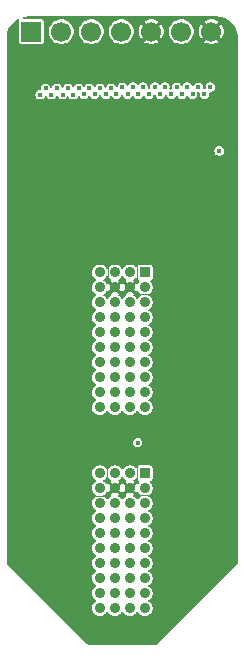
<source format=gbr>
%TF.GenerationSoftware,KiCad,Pcbnew,9.0.3*%
%TF.CreationDate,2025-09-30T16:22:14-04:00*%
%TF.ProjectId,eib-64-cnt-a64,6569622d-3634-42d6-936e-742d6136342e,A*%
%TF.SameCoordinates,Original*%
%TF.FileFunction,Copper,L2,Inr*%
%TF.FilePolarity,Positive*%
%FSLAX46Y46*%
G04 Gerber Fmt 4.6, Leading zero omitted, Abs format (unit mm)*
G04 Created by KiCad (PCBNEW 9.0.3) date 2025-09-30 16:22:14*
%MOMM*%
%LPD*%
G01*
G04 APERTURE LIST*
%TA.AperFunction,ComponentPad*%
%ADD10R,1.700000X1.700000*%
%TD*%
%TA.AperFunction,ComponentPad*%
%ADD11C,1.700000*%
%TD*%
%TA.AperFunction,ComponentPad*%
%ADD12R,0.910000X0.910000*%
%TD*%
%TA.AperFunction,ComponentPad*%
%ADD13C,0.910000*%
%TD*%
%TA.AperFunction,ViaPad*%
%ADD14C,0.400000*%
%TD*%
%TA.AperFunction,Conductor*%
%ADD15C,0.120000*%
%TD*%
G04 APERTURE END LIST*
D10*
%TO.N,/K1*%
%TO.C,J4*%
X129300000Y-77900000D03*
D11*
%TO.N,/K0*%
X131840000Y-77900000D03*
%TO.N,/Vcoax*%
X134380000Y-77900000D03*
%TO.N,/Istim*%
X136920000Y-77900000D03*
%TO.N,GND*%
X139460000Y-77900000D03*
%TO.N,/Ref*%
X142000000Y-77900000D03*
%TO.N,GND*%
X144540000Y-77900000D03*
%TD*%
D12*
%TO.N,/Elec31*%
%TO.C,J2*%
X138905000Y-98285000D03*
D13*
%TO.N,/Elec30*%
X138905000Y-99555000D03*
%TO.N,/Elec29*%
X138905000Y-100825000D03*
%TO.N,/Elec28*%
X138905000Y-102095000D03*
%TO.N,/Elec27*%
X138905000Y-103365000D03*
%TO.N,/Elec25*%
X138905000Y-104635000D03*
%TO.N,/Elec23*%
X138905000Y-105905000D03*
%TO.N,/Elec21*%
X138905000Y-107175000D03*
%TO.N,/Elec19*%
X138905000Y-108445000D03*
%TO.N,/Elec17*%
X138905000Y-109715000D03*
%TO.N,/Ref*%
X137635000Y-98285000D03*
%TO.N,GND*%
X137635000Y-99555000D03*
%TO.N,unconnected-(J2-PadB3)*%
X137635000Y-100825000D03*
%TO.N,unconnected-(J2-PadB4)*%
X137635000Y-102095000D03*
%TO.N,/Elec26*%
X137635000Y-103365000D03*
%TO.N,/Elec24*%
X137635000Y-104635000D03*
%TO.N,/Elec22*%
X137635000Y-105905000D03*
%TO.N,/Elec20*%
X137635000Y-107175000D03*
%TO.N,/Elec18*%
X137635000Y-108445000D03*
%TO.N,/Elec16*%
X137635000Y-109715000D03*
%TO.N,/Ref*%
X136365000Y-98285000D03*
%TO.N,GND*%
X136365000Y-99555000D03*
%TO.N,unconnected-(J2-PadC3)*%
X136365000Y-100825000D03*
%TO.N,unconnected-(J2-PadC4)*%
X136365000Y-102095000D03*
%TO.N,/Elec37*%
X136365000Y-103365000D03*
%TO.N,/Elec39*%
X136365000Y-104635000D03*
%TO.N,/Elec41*%
X136365000Y-105905000D03*
%TO.N,/Elec43*%
X136365000Y-107175000D03*
%TO.N,/Elec45*%
X136365000Y-108445000D03*
%TO.N,/Elec47*%
X136365000Y-109715000D03*
%TO.N,/Elec32*%
X135095000Y-98285000D03*
%TO.N,/Elec33*%
X135095000Y-99555000D03*
%TO.N,/Elec34*%
X135095000Y-100825000D03*
%TO.N,/Elec35*%
X135095000Y-102095000D03*
%TO.N,/Elec36*%
X135095000Y-103365000D03*
%TO.N,/Elec38*%
X135095000Y-104635000D03*
%TO.N,/Elec40*%
X135095000Y-105905000D03*
%TO.N,/Elec42*%
X135095000Y-107175000D03*
%TO.N,/Elec44*%
X135095000Y-108445000D03*
%TO.N,/Elec46*%
X135095000Y-109715000D03*
%TD*%
D12*
%TO.N,/Elec15*%
%TO.C,J1*%
X138905000Y-115285000D03*
D13*
%TO.N,/Elec14*%
X138905000Y-116555000D03*
%TO.N,/Elec13*%
X138905000Y-117825000D03*
%TO.N,/Elec12*%
X138905000Y-119095000D03*
%TO.N,/Elec11*%
X138905000Y-120365000D03*
%TO.N,/Elec9*%
X138905000Y-121635000D03*
%TO.N,/Elec7*%
X138905000Y-122905000D03*
%TO.N,/Elec5*%
X138905000Y-124175000D03*
%TO.N,/Elec3*%
X138905000Y-125445000D03*
%TO.N,/Elec1*%
X138905000Y-126715000D03*
%TO.N,/Ref*%
X137635000Y-115285000D03*
%TO.N,GND*%
X137635000Y-116555000D03*
%TO.N,unconnected-(J1-PadB3)*%
X137635000Y-117825000D03*
%TO.N,unconnected-(J1-PadB4)*%
X137635000Y-119095000D03*
%TO.N,/Elec10*%
X137635000Y-120365000D03*
%TO.N,/Elec8*%
X137635000Y-121635000D03*
%TO.N,/Elec6*%
X137635000Y-122905000D03*
%TO.N,/Elec4*%
X137635000Y-124175000D03*
%TO.N,/Elec2*%
X137635000Y-125445000D03*
%TO.N,/Elec0*%
X137635000Y-126715000D03*
%TO.N,/Ref*%
X136365000Y-115285000D03*
%TO.N,GND*%
X136365000Y-116555000D03*
%TO.N,unconnected-(J1-PadC3)*%
X136365000Y-117825000D03*
%TO.N,unconnected-(J1-PadC4)*%
X136365000Y-119095000D03*
%TO.N,/Elec53*%
X136365000Y-120365000D03*
%TO.N,/Elec55*%
X136365000Y-121635000D03*
%TO.N,/Elec57*%
X136365000Y-122905000D03*
%TO.N,/Elec59*%
X136365000Y-124175000D03*
%TO.N,/Elec61*%
X136365000Y-125445000D03*
%TO.N,/Elec63*%
X136365000Y-126715000D03*
%TO.N,/Elec48*%
X135095000Y-115285000D03*
%TO.N,/Elec49*%
X135095000Y-116555000D03*
%TO.N,/Elec50*%
X135095000Y-117825000D03*
%TO.N,/Elec51*%
X135095000Y-119095000D03*
%TO.N,/Elec52*%
X135095000Y-120365000D03*
%TO.N,/Elec54*%
X135095000Y-121635000D03*
%TO.N,/Elec56*%
X135095000Y-122905000D03*
%TO.N,/Elec58*%
X135095000Y-124175000D03*
%TO.N,/Elec60*%
X135095000Y-125445000D03*
%TO.N,/Elec62*%
X135095000Y-126715000D03*
%TD*%
D14*
%TO.N,GND*%
X128972000Y-79777000D03*
X145460000Y-88892000D03*
%TO.N,/Istim*%
X145200000Y-88000000D03*
%TO.N,/Ref*%
X138300000Y-112700000D03*
%TO.N,/Elec0*%
X144450000Y-82600000D03*
%TO.N,/Elec1*%
X143950000Y-83200000D03*
%TO.N,/Elec2*%
X143450000Y-82600000D03*
%TO.N,/Elec3*%
X142950000Y-83200000D03*
%TO.N,/Elec4*%
X142500000Y-82600000D03*
%TO.N,/Elec5*%
X142050000Y-83200000D03*
%TO.N,/Elec6*%
X141600000Y-82600000D03*
%TO.N,/Elec7*%
X141160000Y-83210000D03*
%TO.N,/Elec8*%
X140600000Y-82600000D03*
%TO.N,/Elec9*%
X140220000Y-83210000D03*
%TO.N,/Elec10*%
X139750000Y-82600000D03*
%TO.N,/Elec11*%
X139250000Y-83200000D03*
%TO.N,/Elec12*%
X138750000Y-82600000D03*
%TO.N,/Elec13*%
X138350000Y-83210000D03*
%TO.N,/Elec14*%
X137900000Y-82600000D03*
%TO.N,/Elec15*%
X137450000Y-83200000D03*
%TO.N,/Elec48*%
X137005000Y-82600000D03*
%TO.N,/Elec49*%
X136505000Y-83200000D03*
%TO.N,/Elec50*%
X136055000Y-82700000D03*
%TO.N,/Elec51*%
X135605000Y-83200000D03*
%TO.N,/Elec52*%
X135105000Y-82700000D03*
%TO.N,/Elec53*%
X134655000Y-83200000D03*
%TO.N,/Elec54*%
X134205000Y-82700000D03*
%TO.N,/Elec55*%
X133755000Y-83200000D03*
%TO.N,/Elec56*%
X133305000Y-82700000D03*
%TO.N,/Elec57*%
X132850000Y-83250000D03*
%TO.N,/Elec58*%
X132400000Y-82700000D03*
%TO.N,/Elec59*%
X131950000Y-83250000D03*
%TO.N,/Elec60*%
X131450000Y-82700000D03*
%TO.N,/Elec61*%
X131000000Y-83250000D03*
%TO.N,/Elec62*%
X130500000Y-82700000D03*
%TO.N,/Elec63*%
X130050000Y-83250000D03*
%TO.N,GND*%
X137000000Y-128000000D03*
X131500000Y-81700000D03*
X129400000Y-84200000D03*
X137051000Y-86895000D03*
X130000000Y-80500000D03*
X137000000Y-96000000D03*
X144900000Y-85500000D03*
X139900000Y-128300000D03*
X137000000Y-95000000D03*
X134400000Y-81400000D03*
X136000000Y-113000000D03*
X139966520Y-81031721D03*
X131048296Y-126000000D03*
X137000000Y-111000000D03*
X144900000Y-83900000D03*
X129200000Y-86200000D03*
X144900000Y-86500000D03*
X129400000Y-87900000D03*
X134700000Y-111100000D03*
X145900000Y-122700000D03*
X129100000Y-89600000D03*
X134600000Y-128400000D03*
X144300000Y-80900000D03*
X142300000Y-81100000D03*
X129700000Y-82700000D03*
X145100000Y-82200000D03*
X127900000Y-88500000D03*
X136900000Y-81100000D03*
X128000000Y-92300000D03*
X139300000Y-113600000D03*
%TD*%
D15*
%TO.N,GND*%
X138241000Y-100161000D02*
X139639000Y-100161000D01*
X136365000Y-116555000D02*
X135720000Y-117200000D01*
X137635000Y-99555000D02*
X138241000Y-98949000D01*
X138241000Y-98949000D02*
X138241000Y-97541000D01*
X137635000Y-99555000D02*
X138241000Y-100161000D01*
X135701000Y-114301000D02*
X135600000Y-114200000D01*
X136365000Y-99555000D02*
X135759000Y-98949000D01*
X135759000Y-98949000D02*
X135759000Y-97441000D01*
X139839000Y-117161000D02*
X140000000Y-117000000D01*
X137635000Y-116555000D02*
X138241000Y-117161000D01*
X138241000Y-117161000D02*
X139839000Y-117161000D01*
X137635000Y-116555000D02*
X138241000Y-115949000D01*
X138241000Y-97541000D02*
X138100000Y-97400000D01*
X135701000Y-115891000D02*
X135701000Y-114301000D01*
X136365000Y-116555000D02*
X135701000Y-115891000D01*
X139639000Y-100161000D02*
X139700000Y-100100000D01*
X135720000Y-117200000D02*
X134100000Y-117200000D01*
X138241000Y-115949000D02*
X138241000Y-114241000D01*
X138241000Y-114241000D02*
X138200000Y-114200000D01*
X135759000Y-97441000D02*
X135800000Y-97400000D01*
%TD*%
%TA.AperFunction,Conductor*%
%TO.N,GND*%
G36*
X136104082Y-116663076D02*
G01*
X136140944Y-116726924D01*
X136193076Y-116779056D01*
X136256924Y-116815918D01*
X136303683Y-116828447D01*
X136019934Y-117112195D01*
X136020421Y-117117135D01*
X136050612Y-117155432D01*
X136053014Y-117216570D01*
X136019022Y-117267444D01*
X136012733Y-117272013D01*
X135947143Y-117315839D01*
X135855839Y-117407143D01*
X135812315Y-117472282D01*
X135764265Y-117510161D01*
X135703127Y-117512563D01*
X135652253Y-117478570D01*
X135647685Y-117472282D01*
X135604160Y-117407143D01*
X135512857Y-117315840D01*
X135512856Y-117315839D01*
X135447716Y-117272314D01*
X135409838Y-117224266D01*
X135407436Y-117163128D01*
X135441428Y-117112254D01*
X135447702Y-117107695D01*
X135512857Y-117064160D01*
X135604160Y-116972857D01*
X135647987Y-116907265D01*
X135696034Y-116869388D01*
X135757172Y-116866986D01*
X135806484Y-116899934D01*
X135807802Y-116900064D01*
X136091552Y-116616314D01*
X136104082Y-116663076D01*
G37*
%TD.AperFunction*%
%TA.AperFunction,Conductor*%
G36*
X137374082Y-116663076D02*
G01*
X137410944Y-116726924D01*
X137463076Y-116779056D01*
X137526924Y-116815918D01*
X137573683Y-116828447D01*
X137289934Y-117112195D01*
X137290421Y-117117135D01*
X137320612Y-117155432D01*
X137323014Y-117216570D01*
X137289022Y-117267444D01*
X137282733Y-117272013D01*
X137217143Y-117315839D01*
X137125839Y-117407143D01*
X137082315Y-117472282D01*
X137034265Y-117510161D01*
X136973127Y-117512563D01*
X136922253Y-117478570D01*
X136917685Y-117472282D01*
X136874160Y-117407143D01*
X136782856Y-117315839D01*
X136717266Y-117272013D01*
X136679387Y-117223963D01*
X136676985Y-117162825D01*
X136709934Y-117113513D01*
X136710063Y-117112196D01*
X136426314Y-116828447D01*
X136473076Y-116815918D01*
X136536924Y-116779056D01*
X136589056Y-116726924D01*
X136625918Y-116663076D01*
X136638447Y-116616314D01*
X136922196Y-116900063D01*
X136926827Y-116899607D01*
X136965735Y-116868936D01*
X137026874Y-116866536D01*
X137076921Y-116899977D01*
X137077802Y-116900064D01*
X137361552Y-116616314D01*
X137374082Y-116663076D01*
G37*
%TD.AperFunction*%
%TA.AperFunction,Conductor*%
G36*
X138192196Y-116900063D02*
G01*
X138197135Y-116899577D01*
X138235434Y-116869387D01*
X138296572Y-116866985D01*
X138347445Y-116900979D01*
X138352013Y-116907266D01*
X138395839Y-116972856D01*
X138487143Y-117064160D01*
X138552282Y-117107685D01*
X138590161Y-117155735D01*
X138592563Y-117216873D01*
X138558570Y-117267747D01*
X138552282Y-117272315D01*
X138487143Y-117315839D01*
X138395839Y-117407143D01*
X138352315Y-117472282D01*
X138304265Y-117510161D01*
X138243127Y-117512563D01*
X138192253Y-117478570D01*
X138187685Y-117472282D01*
X138144160Y-117407143D01*
X138052856Y-117315839D01*
X137987266Y-117272013D01*
X137949387Y-117223963D01*
X137946985Y-117162825D01*
X137979934Y-117113513D01*
X137980063Y-117112196D01*
X137696314Y-116828447D01*
X137743076Y-116815918D01*
X137806924Y-116779056D01*
X137859056Y-116726924D01*
X137895918Y-116663076D01*
X137908447Y-116616314D01*
X138192196Y-116900063D01*
G37*
%TD.AperFunction*%
%TA.AperFunction,Conductor*%
G36*
X135807746Y-115631428D02*
G01*
X135812304Y-115637702D01*
X135855839Y-115702856D01*
X135855840Y-115702857D01*
X135947143Y-115794160D01*
X136012731Y-115837985D01*
X136050610Y-115886035D01*
X136053012Y-115947173D01*
X136020065Y-115996481D01*
X136019935Y-115997802D01*
X136303685Y-116281552D01*
X136256924Y-116294082D01*
X136193076Y-116330944D01*
X136140944Y-116383076D01*
X136104082Y-116446924D01*
X136091552Y-116493685D01*
X135807802Y-116209935D01*
X135802859Y-116210421D01*
X135764564Y-116240610D01*
X135703426Y-116243012D01*
X135652553Y-116209018D01*
X135647985Y-116202731D01*
X135604160Y-116137143D01*
X135512857Y-116045840D01*
X135493157Y-116032677D01*
X135447716Y-116002314D01*
X135409838Y-115954266D01*
X135407436Y-115893128D01*
X135441428Y-115842254D01*
X135447702Y-115837695D01*
X135512857Y-115794160D01*
X135604160Y-115702857D01*
X135647685Y-115637716D01*
X135695734Y-115599838D01*
X135756872Y-115597436D01*
X135807746Y-115631428D01*
G37*
%TD.AperFunction*%
%TA.AperFunction,Conductor*%
G36*
X137030229Y-115599679D02*
G01*
X137034266Y-115599838D01*
X137055386Y-115616488D01*
X137077746Y-115631428D01*
X137082304Y-115637702D01*
X137125839Y-115702856D01*
X137125840Y-115702857D01*
X137217143Y-115794160D01*
X137282731Y-115837985D01*
X137320610Y-115886035D01*
X137323012Y-115947173D01*
X137290065Y-115996481D01*
X137289935Y-115997802D01*
X137573685Y-116281552D01*
X137526924Y-116294082D01*
X137463076Y-116330944D01*
X137410944Y-116383076D01*
X137374082Y-116446924D01*
X137361552Y-116493685D01*
X137077802Y-116209935D01*
X137073168Y-116210391D01*
X137034264Y-116241061D01*
X136973126Y-116243463D01*
X136923077Y-116210021D01*
X136922195Y-116209934D01*
X136638447Y-116493683D01*
X136625918Y-116446924D01*
X136589056Y-116383076D01*
X136536924Y-116330944D01*
X136473076Y-116294082D01*
X136426314Y-116281552D01*
X136710064Y-115997802D01*
X136709577Y-115992861D01*
X136679388Y-115954565D01*
X136676986Y-115893427D01*
X136710979Y-115842553D01*
X136717240Y-115838003D01*
X136782857Y-115794160D01*
X136874160Y-115702857D01*
X136917685Y-115637716D01*
X136920855Y-115635217D01*
X136922254Y-115631428D01*
X136944613Y-115616488D01*
X136965734Y-115599838D01*
X136969770Y-115599679D01*
X136973128Y-115597436D01*
X137000000Y-115598491D01*
X137026872Y-115597436D01*
X137030229Y-115599679D01*
G37*
%TD.AperFunction*%
%TA.AperFunction,Conductor*%
G36*
X138181639Y-115733246D02*
G01*
X138206564Y-115737194D01*
X138210675Y-115741305D01*
X138216279Y-115742861D01*
X138231984Y-115762614D01*
X138249829Y-115780458D01*
X138252657Y-115788614D01*
X138254358Y-115790753D01*
X138254495Y-115793913D01*
X138258717Y-115806087D01*
X138261132Y-115818228D01*
X138261134Y-115818233D01*
X138292983Y-115865897D01*
X138305448Y-115884552D01*
X138371769Y-115928867D01*
X138383911Y-115931282D01*
X138391058Y-115935285D01*
X138399247Y-115935641D01*
X138417241Y-115949948D01*
X138437293Y-115961178D01*
X138440723Y-115968618D01*
X138447139Y-115973720D01*
X138453286Y-115995871D01*
X138462909Y-116016743D01*
X138461310Y-116024780D01*
X138463502Y-116032677D01*
X138456633Y-116048290D01*
X138450972Y-116076753D01*
X138442086Y-116089992D01*
X138438574Y-116094408D01*
X138395840Y-116137143D01*
X138349741Y-116206134D01*
X138347189Y-116209344D01*
X138324928Y-116224084D01*
X138303963Y-116240612D01*
X138299717Y-116240778D01*
X138296174Y-116243125D01*
X138269499Y-116241965D01*
X138242824Y-116243014D01*
X138239291Y-116240653D01*
X138235046Y-116240469D01*
X138214142Y-116223848D01*
X138193513Y-116210064D01*
X138192195Y-116209934D01*
X137908447Y-116493683D01*
X137895918Y-116446924D01*
X137859056Y-116383076D01*
X137806924Y-116330944D01*
X137743076Y-116294082D01*
X137696314Y-116281552D01*
X137980064Y-115997802D01*
X137979577Y-115992861D01*
X137968455Y-115978751D01*
X137949531Y-115954951D01*
X137949521Y-115954734D01*
X137949388Y-115954565D01*
X137948196Y-115924238D01*
X137946875Y-115893824D01*
X137946995Y-115893658D01*
X137946986Y-115893427D01*
X137980656Y-115842809D01*
X137983850Y-115840269D01*
X138052857Y-115794160D01*
X138095599Y-115751417D01*
X138100007Y-115747913D01*
X138123648Y-115739079D01*
X138146132Y-115727623D01*
X138151874Y-115728532D01*
X138157322Y-115726497D01*
X138181639Y-115733246D01*
G37*
%TD.AperFunction*%
%TA.AperFunction,Conductor*%
G36*
X136104082Y-99663076D02*
G01*
X136140944Y-99726924D01*
X136193076Y-99779056D01*
X136256924Y-99815918D01*
X136303683Y-99828447D01*
X136019934Y-100112195D01*
X136020421Y-100117135D01*
X136050612Y-100155432D01*
X136053014Y-100216570D01*
X136019022Y-100267444D01*
X136012733Y-100272013D01*
X135947143Y-100315839D01*
X135855839Y-100407143D01*
X135812315Y-100472282D01*
X135764265Y-100510161D01*
X135703127Y-100512563D01*
X135652253Y-100478570D01*
X135647685Y-100472282D01*
X135604160Y-100407143D01*
X135512857Y-100315840D01*
X135512856Y-100315839D01*
X135447716Y-100272314D01*
X135409838Y-100224266D01*
X135407436Y-100163128D01*
X135441428Y-100112254D01*
X135447702Y-100107695D01*
X135512857Y-100064160D01*
X135604160Y-99972857D01*
X135647987Y-99907265D01*
X135696034Y-99869388D01*
X135757172Y-99866986D01*
X135806484Y-99899934D01*
X135807802Y-99900064D01*
X136091552Y-99616314D01*
X136104082Y-99663076D01*
G37*
%TD.AperFunction*%
%TA.AperFunction,Conductor*%
G36*
X137374082Y-99663076D02*
G01*
X137410944Y-99726924D01*
X137463076Y-99779056D01*
X137526924Y-99815918D01*
X137573683Y-99828447D01*
X137289934Y-100112195D01*
X137290421Y-100117135D01*
X137320612Y-100155432D01*
X137323014Y-100216570D01*
X137289022Y-100267444D01*
X137282733Y-100272013D01*
X137217143Y-100315839D01*
X137125839Y-100407143D01*
X137082315Y-100472282D01*
X137034265Y-100510161D01*
X136973127Y-100512563D01*
X136922253Y-100478570D01*
X136917685Y-100472282D01*
X136874160Y-100407143D01*
X136782856Y-100315839D01*
X136717266Y-100272013D01*
X136679387Y-100223963D01*
X136676985Y-100162825D01*
X136709934Y-100113513D01*
X136710063Y-100112196D01*
X136426314Y-99828447D01*
X136473076Y-99815918D01*
X136536924Y-99779056D01*
X136589056Y-99726924D01*
X136625918Y-99663076D01*
X136638447Y-99616314D01*
X136922196Y-99900063D01*
X136926827Y-99899607D01*
X136965735Y-99868936D01*
X137026874Y-99866536D01*
X137076921Y-99899977D01*
X137077802Y-99900064D01*
X137361552Y-99616314D01*
X137374082Y-99663076D01*
G37*
%TD.AperFunction*%
%TA.AperFunction,Conductor*%
G36*
X138192196Y-99900063D02*
G01*
X138197135Y-99899577D01*
X138235434Y-99869387D01*
X138296572Y-99866985D01*
X138347445Y-99900979D01*
X138352013Y-99907266D01*
X138395839Y-99972856D01*
X138487143Y-100064160D01*
X138552282Y-100107685D01*
X138590161Y-100155735D01*
X138592563Y-100216873D01*
X138558570Y-100267747D01*
X138552282Y-100272315D01*
X138487143Y-100315839D01*
X138395839Y-100407143D01*
X138352315Y-100472282D01*
X138304265Y-100510161D01*
X138243127Y-100512563D01*
X138192253Y-100478570D01*
X138187685Y-100472282D01*
X138144160Y-100407143D01*
X138052856Y-100315839D01*
X137987266Y-100272013D01*
X137949387Y-100223963D01*
X137946985Y-100162825D01*
X137979934Y-100113513D01*
X137980063Y-100112196D01*
X137696314Y-99828447D01*
X137743076Y-99815918D01*
X137806924Y-99779056D01*
X137859056Y-99726924D01*
X137895918Y-99663076D01*
X137908447Y-99616314D01*
X138192196Y-99900063D01*
G37*
%TD.AperFunction*%
%TA.AperFunction,Conductor*%
G36*
X135807746Y-98631428D02*
G01*
X135812304Y-98637702D01*
X135855839Y-98702856D01*
X135855840Y-98702857D01*
X135947143Y-98794160D01*
X136012731Y-98837985D01*
X136050610Y-98886035D01*
X136053012Y-98947173D01*
X136020065Y-98996481D01*
X136019935Y-98997802D01*
X136303685Y-99281552D01*
X136256924Y-99294082D01*
X136193076Y-99330944D01*
X136140944Y-99383076D01*
X136104082Y-99446924D01*
X136091552Y-99493685D01*
X135807802Y-99209935D01*
X135802859Y-99210421D01*
X135764564Y-99240610D01*
X135703426Y-99243012D01*
X135652553Y-99209018D01*
X135647985Y-99202731D01*
X135604160Y-99137143D01*
X135512857Y-99045840D01*
X135493157Y-99032677D01*
X135447716Y-99002314D01*
X135409838Y-98954266D01*
X135407436Y-98893128D01*
X135441428Y-98842254D01*
X135447702Y-98837695D01*
X135512857Y-98794160D01*
X135604160Y-98702857D01*
X135647685Y-98637716D01*
X135695734Y-98599838D01*
X135756872Y-98597436D01*
X135807746Y-98631428D01*
G37*
%TD.AperFunction*%
%TA.AperFunction,Conductor*%
G36*
X137030229Y-98599679D02*
G01*
X137034266Y-98599838D01*
X137055386Y-98616488D01*
X137077746Y-98631428D01*
X137082304Y-98637702D01*
X137125839Y-98702856D01*
X137125840Y-98702857D01*
X137217143Y-98794160D01*
X137282731Y-98837985D01*
X137320610Y-98886035D01*
X137323012Y-98947173D01*
X137290065Y-98996481D01*
X137289935Y-98997802D01*
X137573685Y-99281552D01*
X137526924Y-99294082D01*
X137463076Y-99330944D01*
X137410944Y-99383076D01*
X137374082Y-99446924D01*
X137361552Y-99493685D01*
X137077802Y-99209935D01*
X137073168Y-99210391D01*
X137034264Y-99241061D01*
X136973126Y-99243463D01*
X136923077Y-99210021D01*
X136922195Y-99209934D01*
X136638447Y-99493683D01*
X136625918Y-99446924D01*
X136589056Y-99383076D01*
X136536924Y-99330944D01*
X136473076Y-99294082D01*
X136426314Y-99281552D01*
X136710064Y-98997802D01*
X136709577Y-98992861D01*
X136679388Y-98954565D01*
X136676986Y-98893427D01*
X136710979Y-98842553D01*
X136717240Y-98838003D01*
X136782857Y-98794160D01*
X136874160Y-98702857D01*
X136917685Y-98637716D01*
X136920855Y-98635217D01*
X136922254Y-98631428D01*
X136944613Y-98616488D01*
X136965734Y-98599838D01*
X136969770Y-98599679D01*
X136973128Y-98597436D01*
X137000000Y-98598491D01*
X137026872Y-98597436D01*
X137030229Y-98599679D01*
G37*
%TD.AperFunction*%
%TA.AperFunction,Conductor*%
G36*
X138181639Y-98733246D02*
G01*
X138206564Y-98737194D01*
X138210675Y-98741305D01*
X138216279Y-98742861D01*
X138231984Y-98762614D01*
X138249829Y-98780458D01*
X138252657Y-98788614D01*
X138254358Y-98790753D01*
X138254495Y-98793913D01*
X138258717Y-98806087D01*
X138261132Y-98818228D01*
X138261134Y-98818233D01*
X138292983Y-98865897D01*
X138305448Y-98884552D01*
X138371769Y-98928867D01*
X138383911Y-98931282D01*
X138391058Y-98935285D01*
X138399247Y-98935641D01*
X138417241Y-98949948D01*
X138437293Y-98961178D01*
X138440723Y-98968618D01*
X138447139Y-98973720D01*
X138453286Y-98995871D01*
X138462909Y-99016743D01*
X138461310Y-99024780D01*
X138463502Y-99032677D01*
X138456633Y-99048290D01*
X138450972Y-99076753D01*
X138442086Y-99089992D01*
X138438574Y-99094408D01*
X138395840Y-99137143D01*
X138349741Y-99206134D01*
X138347189Y-99209344D01*
X138324928Y-99224084D01*
X138303963Y-99240612D01*
X138299717Y-99240778D01*
X138296174Y-99243125D01*
X138269499Y-99241965D01*
X138242824Y-99243014D01*
X138239291Y-99240653D01*
X138235046Y-99240469D01*
X138214142Y-99223848D01*
X138193513Y-99210064D01*
X138192195Y-99209934D01*
X137908447Y-99493683D01*
X137895918Y-99446924D01*
X137859056Y-99383076D01*
X137806924Y-99330944D01*
X137743076Y-99294082D01*
X137696314Y-99281552D01*
X137980064Y-98997802D01*
X137979577Y-98992861D01*
X137968455Y-98978751D01*
X137949531Y-98954951D01*
X137949521Y-98954734D01*
X137949388Y-98954565D01*
X137948196Y-98924238D01*
X137946875Y-98893824D01*
X137946995Y-98893658D01*
X137946986Y-98893427D01*
X137980656Y-98842809D01*
X137983850Y-98840269D01*
X138052857Y-98794160D01*
X138095599Y-98751417D01*
X138100007Y-98747913D01*
X138123648Y-98739079D01*
X138146132Y-98727623D01*
X138151874Y-98728532D01*
X138157322Y-98726497D01*
X138181639Y-98733246D01*
G37*
%TD.AperFunction*%
%TA.AperFunction,Conductor*%
G36*
X145003234Y-76614926D02*
G01*
X145228409Y-76629684D01*
X145241237Y-76631373D01*
X145459384Y-76674766D01*
X145471888Y-76678117D01*
X145682497Y-76749609D01*
X145694449Y-76754559D01*
X145893937Y-76852937D01*
X145905132Y-76859400D01*
X145974052Y-76905451D01*
X146090063Y-76982968D01*
X146100337Y-76990851D01*
X146267558Y-77137501D01*
X146276714Y-77146658D01*
X146423352Y-77313866D01*
X146431236Y-77324140D01*
X146554799Y-77509068D01*
X146561274Y-77520283D01*
X146659643Y-77719759D01*
X146664598Y-77731723D01*
X146736086Y-77942322D01*
X146739438Y-77954831D01*
X146782827Y-78172968D01*
X146784517Y-78185807D01*
X146799288Y-78411197D01*
X146799500Y-78417671D01*
X146799500Y-122875942D01*
X146780593Y-122934133D01*
X146770504Y-122945946D01*
X139945946Y-129770504D01*
X139891429Y-129798281D01*
X139875942Y-129799500D01*
X134124058Y-129799500D01*
X134065867Y-129780593D01*
X134054054Y-129770504D01*
X127229496Y-122945946D01*
X127201719Y-122891429D01*
X127200500Y-122875942D01*
X127200500Y-115220436D01*
X134439500Y-115220436D01*
X134439500Y-115349563D01*
X134464690Y-115476201D01*
X134464690Y-115476203D01*
X134514101Y-115595493D01*
X134514101Y-115595494D01*
X134585839Y-115702856D01*
X134677143Y-115794160D01*
X134742282Y-115837685D01*
X134780161Y-115885735D01*
X134782563Y-115946873D01*
X134748570Y-115997747D01*
X134742282Y-116002315D01*
X134677143Y-116045839D01*
X134585839Y-116137143D01*
X134514101Y-116244505D01*
X134514101Y-116244506D01*
X134464690Y-116363796D01*
X134464690Y-116363798D01*
X134439500Y-116490436D01*
X134439500Y-116619563D01*
X134456293Y-116703988D01*
X134460855Y-116726924D01*
X134464690Y-116746201D01*
X134464690Y-116746203D01*
X134514101Y-116865493D01*
X134514101Y-116865494D01*
X134585839Y-116972856D01*
X134677143Y-117064160D01*
X134742282Y-117107685D01*
X134780161Y-117155735D01*
X134782563Y-117216873D01*
X134748570Y-117267747D01*
X134742282Y-117272315D01*
X134677143Y-117315839D01*
X134585839Y-117407143D01*
X134514101Y-117514505D01*
X134514101Y-117514506D01*
X134464690Y-117633796D01*
X134464690Y-117633798D01*
X134439500Y-117760436D01*
X134439500Y-117889563D01*
X134464690Y-118016201D01*
X134464690Y-118016203D01*
X134514101Y-118135493D01*
X134514101Y-118135494D01*
X134585839Y-118242856D01*
X134677143Y-118334160D01*
X134742282Y-118377685D01*
X134780161Y-118425735D01*
X134782563Y-118486873D01*
X134748570Y-118537747D01*
X134742282Y-118542315D01*
X134677143Y-118585839D01*
X134585839Y-118677143D01*
X134514101Y-118784505D01*
X134514101Y-118784506D01*
X134464690Y-118903796D01*
X134464690Y-118903798D01*
X134439500Y-119030436D01*
X134439500Y-119159563D01*
X134464690Y-119286201D01*
X134464690Y-119286203D01*
X134514101Y-119405493D01*
X134514101Y-119405494D01*
X134585839Y-119512856D01*
X134677143Y-119604160D01*
X134742282Y-119647685D01*
X134780161Y-119695735D01*
X134782563Y-119756873D01*
X134748570Y-119807747D01*
X134742282Y-119812315D01*
X134677143Y-119855839D01*
X134585839Y-119947143D01*
X134514101Y-120054505D01*
X134514101Y-120054506D01*
X134464690Y-120173796D01*
X134464690Y-120173798D01*
X134439500Y-120300436D01*
X134439500Y-120429563D01*
X134464690Y-120556201D01*
X134464690Y-120556203D01*
X134514101Y-120675493D01*
X134514101Y-120675494D01*
X134585839Y-120782856D01*
X134677143Y-120874160D01*
X134742282Y-120917685D01*
X134780161Y-120965735D01*
X134782563Y-121026873D01*
X134748570Y-121077747D01*
X134742282Y-121082315D01*
X134677143Y-121125839D01*
X134585839Y-121217143D01*
X134514101Y-121324505D01*
X134514101Y-121324506D01*
X134464690Y-121443796D01*
X134464690Y-121443798D01*
X134439500Y-121570436D01*
X134439500Y-121699563D01*
X134464690Y-121826201D01*
X134464690Y-121826203D01*
X134514101Y-121945493D01*
X134514101Y-121945494D01*
X134585839Y-122052856D01*
X134677143Y-122144160D01*
X134742282Y-122187685D01*
X134780161Y-122235735D01*
X134782563Y-122296873D01*
X134748570Y-122347747D01*
X134742282Y-122352315D01*
X134677143Y-122395839D01*
X134585839Y-122487143D01*
X134514101Y-122594505D01*
X134514101Y-122594506D01*
X134464690Y-122713796D01*
X134464690Y-122713798D01*
X134439500Y-122840436D01*
X134439500Y-122969563D01*
X134464690Y-123096201D01*
X134464690Y-123096203D01*
X134514101Y-123215493D01*
X134514101Y-123215494D01*
X134585839Y-123322856D01*
X134677143Y-123414160D01*
X134742282Y-123457685D01*
X134780161Y-123505735D01*
X134782563Y-123566873D01*
X134748570Y-123617747D01*
X134742282Y-123622315D01*
X134677143Y-123665839D01*
X134585839Y-123757143D01*
X134514101Y-123864505D01*
X134514101Y-123864506D01*
X134464690Y-123983796D01*
X134464690Y-123983798D01*
X134439500Y-124110436D01*
X134439500Y-124239563D01*
X134464690Y-124366201D01*
X134464690Y-124366203D01*
X134514101Y-124485493D01*
X134514101Y-124485494D01*
X134585839Y-124592856D01*
X134677143Y-124684160D01*
X134742282Y-124727685D01*
X134780161Y-124775735D01*
X134782563Y-124836873D01*
X134748570Y-124887747D01*
X134742282Y-124892315D01*
X134677143Y-124935839D01*
X134585839Y-125027143D01*
X134514101Y-125134505D01*
X134514101Y-125134506D01*
X134464690Y-125253796D01*
X134464690Y-125253798D01*
X134439500Y-125380436D01*
X134439500Y-125509563D01*
X134464690Y-125636201D01*
X134464690Y-125636203D01*
X134514101Y-125755493D01*
X134514101Y-125755494D01*
X134585839Y-125862856D01*
X134677143Y-125954160D01*
X134742282Y-125997685D01*
X134780161Y-126045735D01*
X134782563Y-126106873D01*
X134748570Y-126157747D01*
X134742282Y-126162315D01*
X134677143Y-126205839D01*
X134585839Y-126297143D01*
X134514101Y-126404505D01*
X134514101Y-126404506D01*
X134464690Y-126523796D01*
X134464690Y-126523798D01*
X134439500Y-126650436D01*
X134439500Y-126779563D01*
X134464690Y-126906201D01*
X134464690Y-126906203D01*
X134514101Y-127025493D01*
X134514101Y-127025494D01*
X134515399Y-127027436D01*
X134585840Y-127132857D01*
X134677143Y-127224160D01*
X134784504Y-127295897D01*
X134903798Y-127345310D01*
X135030439Y-127370500D01*
X135030440Y-127370500D01*
X135159560Y-127370500D01*
X135159561Y-127370500D01*
X135286202Y-127345310D01*
X135405496Y-127295897D01*
X135512857Y-127224160D01*
X135604160Y-127132857D01*
X135647685Y-127067716D01*
X135695734Y-127029838D01*
X135756872Y-127027436D01*
X135807746Y-127061428D01*
X135812304Y-127067702D01*
X135855840Y-127132857D01*
X135947143Y-127224160D01*
X136054504Y-127295897D01*
X136173798Y-127345310D01*
X136300439Y-127370500D01*
X136300440Y-127370500D01*
X136429560Y-127370500D01*
X136429561Y-127370500D01*
X136556202Y-127345310D01*
X136675496Y-127295897D01*
X136782857Y-127224160D01*
X136874160Y-127132857D01*
X136917685Y-127067716D01*
X136965734Y-127029838D01*
X137026872Y-127027436D01*
X137077746Y-127061428D01*
X137082304Y-127067702D01*
X137125840Y-127132857D01*
X137217143Y-127224160D01*
X137324504Y-127295897D01*
X137443798Y-127345310D01*
X137570439Y-127370500D01*
X137570440Y-127370500D01*
X137699560Y-127370500D01*
X137699561Y-127370500D01*
X137826202Y-127345310D01*
X137945496Y-127295897D01*
X138052857Y-127224160D01*
X138144160Y-127132857D01*
X138187685Y-127067716D01*
X138235734Y-127029838D01*
X138296872Y-127027436D01*
X138347746Y-127061428D01*
X138352304Y-127067702D01*
X138395840Y-127132857D01*
X138487143Y-127224160D01*
X138594504Y-127295897D01*
X138713798Y-127345310D01*
X138840439Y-127370500D01*
X138840440Y-127370500D01*
X138969560Y-127370500D01*
X138969561Y-127370500D01*
X139096202Y-127345310D01*
X139215496Y-127295897D01*
X139322857Y-127224160D01*
X139414160Y-127132857D01*
X139485897Y-127025496D01*
X139535310Y-126906202D01*
X139560500Y-126779561D01*
X139560500Y-126650439D01*
X139535310Y-126523798D01*
X139485898Y-126404506D01*
X139485898Y-126404505D01*
X139414160Y-126297143D01*
X139322857Y-126205840D01*
X139322856Y-126205839D01*
X139257716Y-126162314D01*
X139219838Y-126114266D01*
X139217436Y-126053128D01*
X139251428Y-126002254D01*
X139257702Y-125997695D01*
X139322857Y-125954160D01*
X139414160Y-125862857D01*
X139485897Y-125755496D01*
X139535310Y-125636202D01*
X139560500Y-125509561D01*
X139560500Y-125380439D01*
X139535310Y-125253798D01*
X139485898Y-125134506D01*
X139485898Y-125134505D01*
X139414160Y-125027143D01*
X139322857Y-124935840D01*
X139322856Y-124935839D01*
X139257716Y-124892314D01*
X139219838Y-124844266D01*
X139217436Y-124783128D01*
X139251428Y-124732254D01*
X139257702Y-124727695D01*
X139322857Y-124684160D01*
X139414160Y-124592857D01*
X139485897Y-124485496D01*
X139535310Y-124366202D01*
X139560500Y-124239561D01*
X139560500Y-124110439D01*
X139535310Y-123983798D01*
X139485898Y-123864506D01*
X139485898Y-123864505D01*
X139414160Y-123757143D01*
X139322857Y-123665840D01*
X139322856Y-123665839D01*
X139257716Y-123622314D01*
X139219838Y-123574266D01*
X139217436Y-123513128D01*
X139251428Y-123462254D01*
X139257702Y-123457695D01*
X139322857Y-123414160D01*
X139414160Y-123322857D01*
X139485897Y-123215496D01*
X139535310Y-123096202D01*
X139560500Y-122969561D01*
X139560500Y-122840439D01*
X139535310Y-122713798D01*
X139485898Y-122594506D01*
X139485898Y-122594505D01*
X139414160Y-122487143D01*
X139322857Y-122395840D01*
X139322856Y-122395839D01*
X139257716Y-122352314D01*
X139219838Y-122304266D01*
X139217436Y-122243128D01*
X139251428Y-122192254D01*
X139257702Y-122187695D01*
X139322857Y-122144160D01*
X139414160Y-122052857D01*
X139485897Y-121945496D01*
X139535310Y-121826202D01*
X139560500Y-121699561D01*
X139560500Y-121570439D01*
X139535310Y-121443798D01*
X139485898Y-121324506D01*
X139485898Y-121324505D01*
X139414160Y-121217143D01*
X139322857Y-121125840D01*
X139322856Y-121125839D01*
X139257716Y-121082314D01*
X139219838Y-121034266D01*
X139217436Y-120973128D01*
X139251428Y-120922254D01*
X139257702Y-120917695D01*
X139322857Y-120874160D01*
X139414160Y-120782857D01*
X139485897Y-120675496D01*
X139535310Y-120556202D01*
X139560500Y-120429561D01*
X139560500Y-120300439D01*
X139535310Y-120173798D01*
X139485898Y-120054506D01*
X139485898Y-120054505D01*
X139414160Y-119947143D01*
X139322857Y-119855840D01*
X139322856Y-119855839D01*
X139257716Y-119812314D01*
X139219838Y-119764266D01*
X139217436Y-119703128D01*
X139251428Y-119652254D01*
X139257702Y-119647695D01*
X139322857Y-119604160D01*
X139414160Y-119512857D01*
X139485897Y-119405496D01*
X139535310Y-119286202D01*
X139560500Y-119159561D01*
X139560500Y-119030439D01*
X139535310Y-118903798D01*
X139485898Y-118784506D01*
X139485898Y-118784505D01*
X139414160Y-118677143D01*
X139322857Y-118585840D01*
X139322856Y-118585839D01*
X139257716Y-118542314D01*
X139219838Y-118494266D01*
X139217436Y-118433128D01*
X139251428Y-118382254D01*
X139257702Y-118377695D01*
X139322857Y-118334160D01*
X139414160Y-118242857D01*
X139485897Y-118135496D01*
X139535310Y-118016202D01*
X139560500Y-117889561D01*
X139560500Y-117760439D01*
X139535310Y-117633798D01*
X139485898Y-117514506D01*
X139485898Y-117514505D01*
X139414160Y-117407143D01*
X139322857Y-117315840D01*
X139322856Y-117315839D01*
X139257716Y-117272314D01*
X139219838Y-117224266D01*
X139217436Y-117163128D01*
X139251428Y-117112254D01*
X139257702Y-117107695D01*
X139322857Y-117064160D01*
X139414160Y-116972857D01*
X139485897Y-116865496D01*
X139535310Y-116746202D01*
X139560500Y-116619561D01*
X139560500Y-116490439D01*
X139535310Y-116363798D01*
X139485898Y-116244506D01*
X139485898Y-116244505D01*
X139414160Y-116137143D01*
X139375400Y-116098383D01*
X139347623Y-116043866D01*
X139357194Y-115983434D01*
X139400459Y-115940169D01*
X139426085Y-115931282D01*
X139438231Y-115928867D01*
X139504552Y-115884552D01*
X139548867Y-115818231D01*
X139560500Y-115759748D01*
X139560500Y-114810252D01*
X139548867Y-114751769D01*
X139504552Y-114685448D01*
X139504548Y-114685445D01*
X139438233Y-114641134D01*
X139438231Y-114641133D01*
X139438228Y-114641132D01*
X139438227Y-114641132D01*
X139379758Y-114629501D01*
X139379748Y-114629500D01*
X138430252Y-114629500D01*
X138430251Y-114629500D01*
X138430241Y-114629501D01*
X138371772Y-114641132D01*
X138371766Y-114641134D01*
X138305451Y-114685445D01*
X138305445Y-114685451D01*
X138261134Y-114751766D01*
X138261132Y-114751771D01*
X138258717Y-114763913D01*
X138228818Y-114817296D01*
X138173252Y-114842909D01*
X138113243Y-114830970D01*
X138091616Y-114814599D01*
X138052856Y-114775839D01*
X137945493Y-114704101D01*
X137826202Y-114654690D01*
X137699563Y-114629500D01*
X137699561Y-114629500D01*
X137570439Y-114629500D01*
X137570436Y-114629500D01*
X137443798Y-114654690D01*
X137443796Y-114654690D01*
X137324506Y-114704101D01*
X137324505Y-114704101D01*
X137217143Y-114775839D01*
X137125839Y-114867143D01*
X137082315Y-114932282D01*
X137034265Y-114970161D01*
X136973127Y-114972563D01*
X136922253Y-114938570D01*
X136917685Y-114932282D01*
X136874160Y-114867143D01*
X136782856Y-114775839D01*
X136675493Y-114704101D01*
X136556202Y-114654690D01*
X136429563Y-114629500D01*
X136429561Y-114629500D01*
X136300439Y-114629500D01*
X136300436Y-114629500D01*
X136173798Y-114654690D01*
X136173796Y-114654690D01*
X136054506Y-114704101D01*
X136054505Y-114704101D01*
X135947143Y-114775839D01*
X135855839Y-114867143D01*
X135812315Y-114932282D01*
X135764265Y-114970161D01*
X135703127Y-114972563D01*
X135652253Y-114938570D01*
X135647685Y-114932282D01*
X135604160Y-114867143D01*
X135512856Y-114775839D01*
X135405493Y-114704101D01*
X135286202Y-114654690D01*
X135159563Y-114629500D01*
X135159561Y-114629500D01*
X135030439Y-114629500D01*
X135030436Y-114629500D01*
X134903798Y-114654690D01*
X134903796Y-114654690D01*
X134784506Y-114704101D01*
X134784505Y-114704101D01*
X134677143Y-114775839D01*
X134585839Y-114867143D01*
X134514101Y-114974505D01*
X134514101Y-114974506D01*
X134464690Y-115093796D01*
X134464690Y-115093798D01*
X134439500Y-115220436D01*
X127200500Y-115220436D01*
X127200500Y-112647273D01*
X137899500Y-112647273D01*
X137899500Y-112752727D01*
X137926793Y-112854587D01*
X137926794Y-112854589D01*
X137926794Y-112854590D01*
X137979518Y-112945910D01*
X137979520Y-112945913D01*
X138054087Y-113020480D01*
X138145413Y-113073207D01*
X138247273Y-113100500D01*
X138247275Y-113100500D01*
X138352725Y-113100500D01*
X138352727Y-113100500D01*
X138454587Y-113073207D01*
X138545913Y-113020480D01*
X138620480Y-112945913D01*
X138673207Y-112854587D01*
X138700500Y-112752727D01*
X138700500Y-112647273D01*
X138673207Y-112545413D01*
X138620480Y-112454087D01*
X138545913Y-112379520D01*
X138454587Y-112326793D01*
X138352727Y-112299500D01*
X138247273Y-112299500D01*
X138145413Y-112326793D01*
X138145412Y-112326793D01*
X138145410Y-112326794D01*
X138145409Y-112326794D01*
X138054089Y-112379518D01*
X137979518Y-112454089D01*
X137926794Y-112545409D01*
X137926794Y-112545410D01*
X137926793Y-112545412D01*
X137926793Y-112545413D01*
X137899500Y-112647273D01*
X127200500Y-112647273D01*
X127200500Y-98220436D01*
X134439500Y-98220436D01*
X134439500Y-98349563D01*
X134464690Y-98476201D01*
X134464690Y-98476203D01*
X134514101Y-98595493D01*
X134514101Y-98595494D01*
X134585839Y-98702856D01*
X134677143Y-98794160D01*
X134742282Y-98837685D01*
X134780161Y-98885735D01*
X134782563Y-98946873D01*
X134748570Y-98997747D01*
X134742282Y-99002315D01*
X134677143Y-99045839D01*
X134585839Y-99137143D01*
X134514101Y-99244505D01*
X134514101Y-99244506D01*
X134464690Y-99363796D01*
X134464690Y-99363798D01*
X134439500Y-99490436D01*
X134439500Y-99619563D01*
X134456293Y-99703988D01*
X134460855Y-99726924D01*
X134464690Y-99746201D01*
X134464690Y-99746203D01*
X134514101Y-99865493D01*
X134514101Y-99865494D01*
X134585839Y-99972856D01*
X134677143Y-100064160D01*
X134742282Y-100107685D01*
X134780161Y-100155735D01*
X134782563Y-100216873D01*
X134748570Y-100267747D01*
X134742282Y-100272315D01*
X134677143Y-100315839D01*
X134585839Y-100407143D01*
X134514101Y-100514505D01*
X134514101Y-100514506D01*
X134464690Y-100633796D01*
X134464690Y-100633798D01*
X134439500Y-100760436D01*
X134439500Y-100889563D01*
X134464690Y-101016201D01*
X134464690Y-101016203D01*
X134514101Y-101135493D01*
X134514101Y-101135494D01*
X134585839Y-101242856D01*
X134677143Y-101334160D01*
X134742282Y-101377685D01*
X134780161Y-101425735D01*
X134782563Y-101486873D01*
X134748570Y-101537747D01*
X134742282Y-101542315D01*
X134677143Y-101585839D01*
X134585839Y-101677143D01*
X134514101Y-101784505D01*
X134514101Y-101784506D01*
X134464690Y-101903796D01*
X134464690Y-101903798D01*
X134439500Y-102030436D01*
X134439500Y-102159563D01*
X134464690Y-102286201D01*
X134464690Y-102286203D01*
X134514101Y-102405493D01*
X134514101Y-102405494D01*
X134585839Y-102512856D01*
X134677143Y-102604160D01*
X134742282Y-102647685D01*
X134780161Y-102695735D01*
X134782563Y-102756873D01*
X134748570Y-102807747D01*
X134742282Y-102812315D01*
X134677143Y-102855839D01*
X134585839Y-102947143D01*
X134514101Y-103054505D01*
X134514101Y-103054506D01*
X134464690Y-103173796D01*
X134464690Y-103173798D01*
X134439500Y-103300436D01*
X134439500Y-103429563D01*
X134464690Y-103556201D01*
X134464690Y-103556203D01*
X134514101Y-103675493D01*
X134514101Y-103675494D01*
X134585839Y-103782856D01*
X134677143Y-103874160D01*
X134742282Y-103917685D01*
X134780161Y-103965735D01*
X134782563Y-104026873D01*
X134748570Y-104077747D01*
X134742282Y-104082315D01*
X134677143Y-104125839D01*
X134585839Y-104217143D01*
X134514101Y-104324505D01*
X134514101Y-104324506D01*
X134464690Y-104443796D01*
X134464690Y-104443798D01*
X134439500Y-104570436D01*
X134439500Y-104699563D01*
X134464690Y-104826201D01*
X134464690Y-104826203D01*
X134514101Y-104945493D01*
X134514101Y-104945494D01*
X134585839Y-105052856D01*
X134677143Y-105144160D01*
X134742282Y-105187685D01*
X134780161Y-105235735D01*
X134782563Y-105296873D01*
X134748570Y-105347747D01*
X134742282Y-105352315D01*
X134677143Y-105395839D01*
X134585839Y-105487143D01*
X134514101Y-105594505D01*
X134514101Y-105594506D01*
X134464690Y-105713796D01*
X134464690Y-105713798D01*
X134439500Y-105840436D01*
X134439500Y-105969563D01*
X134464690Y-106096201D01*
X134464690Y-106096203D01*
X134514101Y-106215493D01*
X134514101Y-106215494D01*
X134585839Y-106322856D01*
X134677143Y-106414160D01*
X134742282Y-106457685D01*
X134780161Y-106505735D01*
X134782563Y-106566873D01*
X134748570Y-106617747D01*
X134742282Y-106622315D01*
X134677143Y-106665839D01*
X134585839Y-106757143D01*
X134514101Y-106864505D01*
X134514101Y-106864506D01*
X134464690Y-106983796D01*
X134464690Y-106983798D01*
X134439500Y-107110436D01*
X134439500Y-107239563D01*
X134464690Y-107366201D01*
X134464690Y-107366203D01*
X134514101Y-107485493D01*
X134514101Y-107485494D01*
X134585839Y-107592856D01*
X134677143Y-107684160D01*
X134742282Y-107727685D01*
X134780161Y-107775735D01*
X134782563Y-107836873D01*
X134748570Y-107887747D01*
X134742282Y-107892315D01*
X134677143Y-107935839D01*
X134585839Y-108027143D01*
X134514101Y-108134505D01*
X134514101Y-108134506D01*
X134464690Y-108253796D01*
X134464690Y-108253798D01*
X134439500Y-108380436D01*
X134439500Y-108509563D01*
X134464690Y-108636201D01*
X134464690Y-108636203D01*
X134514101Y-108755493D01*
X134514101Y-108755494D01*
X134585839Y-108862856D01*
X134677143Y-108954160D01*
X134742282Y-108997685D01*
X134780161Y-109045735D01*
X134782563Y-109106873D01*
X134748570Y-109157747D01*
X134742282Y-109162315D01*
X134677143Y-109205839D01*
X134585839Y-109297143D01*
X134514101Y-109404505D01*
X134514101Y-109404506D01*
X134464690Y-109523796D01*
X134464690Y-109523798D01*
X134439500Y-109650436D01*
X134439500Y-109779563D01*
X134464690Y-109906201D01*
X134464690Y-109906203D01*
X134514101Y-110025493D01*
X134514101Y-110025494D01*
X134515399Y-110027436D01*
X134585840Y-110132857D01*
X134677143Y-110224160D01*
X134784504Y-110295897D01*
X134903798Y-110345310D01*
X135030439Y-110370500D01*
X135030440Y-110370500D01*
X135159560Y-110370500D01*
X135159561Y-110370500D01*
X135286202Y-110345310D01*
X135405496Y-110295897D01*
X135512857Y-110224160D01*
X135604160Y-110132857D01*
X135647685Y-110067716D01*
X135695734Y-110029838D01*
X135756872Y-110027436D01*
X135807746Y-110061428D01*
X135812304Y-110067702D01*
X135855840Y-110132857D01*
X135947143Y-110224160D01*
X136054504Y-110295897D01*
X136173798Y-110345310D01*
X136300439Y-110370500D01*
X136300440Y-110370500D01*
X136429560Y-110370500D01*
X136429561Y-110370500D01*
X136556202Y-110345310D01*
X136675496Y-110295897D01*
X136782857Y-110224160D01*
X136874160Y-110132857D01*
X136917685Y-110067716D01*
X136965734Y-110029838D01*
X137026872Y-110027436D01*
X137077746Y-110061428D01*
X137082304Y-110067702D01*
X137125840Y-110132857D01*
X137217143Y-110224160D01*
X137324504Y-110295897D01*
X137443798Y-110345310D01*
X137570439Y-110370500D01*
X137570440Y-110370500D01*
X137699560Y-110370500D01*
X137699561Y-110370500D01*
X137826202Y-110345310D01*
X137945496Y-110295897D01*
X138052857Y-110224160D01*
X138144160Y-110132857D01*
X138187685Y-110067716D01*
X138235734Y-110029838D01*
X138296872Y-110027436D01*
X138347746Y-110061428D01*
X138352304Y-110067702D01*
X138395840Y-110132857D01*
X138487143Y-110224160D01*
X138594504Y-110295897D01*
X138713798Y-110345310D01*
X138840439Y-110370500D01*
X138840440Y-110370500D01*
X138969560Y-110370500D01*
X138969561Y-110370500D01*
X139096202Y-110345310D01*
X139215496Y-110295897D01*
X139322857Y-110224160D01*
X139414160Y-110132857D01*
X139485897Y-110025496D01*
X139535310Y-109906202D01*
X139560500Y-109779561D01*
X139560500Y-109650439D01*
X139535310Y-109523798D01*
X139485898Y-109404506D01*
X139485898Y-109404505D01*
X139414160Y-109297143D01*
X139322857Y-109205840D01*
X139322856Y-109205839D01*
X139257716Y-109162314D01*
X139219838Y-109114266D01*
X139217436Y-109053128D01*
X139251428Y-109002254D01*
X139257702Y-108997695D01*
X139322857Y-108954160D01*
X139414160Y-108862857D01*
X139485897Y-108755496D01*
X139535310Y-108636202D01*
X139560500Y-108509561D01*
X139560500Y-108380439D01*
X139535310Y-108253798D01*
X139485898Y-108134506D01*
X139485898Y-108134505D01*
X139414160Y-108027143D01*
X139322857Y-107935840D01*
X139322856Y-107935839D01*
X139257716Y-107892314D01*
X139219838Y-107844266D01*
X139217436Y-107783128D01*
X139251428Y-107732254D01*
X139257702Y-107727695D01*
X139322857Y-107684160D01*
X139414160Y-107592857D01*
X139485897Y-107485496D01*
X139535310Y-107366202D01*
X139560500Y-107239561D01*
X139560500Y-107110439D01*
X139535310Y-106983798D01*
X139485898Y-106864506D01*
X139485898Y-106864505D01*
X139414160Y-106757143D01*
X139322857Y-106665840D01*
X139322856Y-106665839D01*
X139257716Y-106622314D01*
X139219838Y-106574266D01*
X139217436Y-106513128D01*
X139251428Y-106462254D01*
X139257702Y-106457695D01*
X139322857Y-106414160D01*
X139414160Y-106322857D01*
X139485897Y-106215496D01*
X139535310Y-106096202D01*
X139560500Y-105969561D01*
X139560500Y-105840439D01*
X139535310Y-105713798D01*
X139485898Y-105594506D01*
X139485898Y-105594505D01*
X139414160Y-105487143D01*
X139322857Y-105395840D01*
X139322856Y-105395839D01*
X139257716Y-105352314D01*
X139219838Y-105304266D01*
X139217436Y-105243128D01*
X139251428Y-105192254D01*
X139257702Y-105187695D01*
X139322857Y-105144160D01*
X139414160Y-105052857D01*
X139485897Y-104945496D01*
X139535310Y-104826202D01*
X139560500Y-104699561D01*
X139560500Y-104570439D01*
X139535310Y-104443798D01*
X139485898Y-104324506D01*
X139485898Y-104324505D01*
X139414160Y-104217143D01*
X139322857Y-104125840D01*
X139322856Y-104125839D01*
X139257716Y-104082314D01*
X139219838Y-104034266D01*
X139217436Y-103973128D01*
X139251428Y-103922254D01*
X139257702Y-103917695D01*
X139322857Y-103874160D01*
X139414160Y-103782857D01*
X139485897Y-103675496D01*
X139535310Y-103556202D01*
X139560500Y-103429561D01*
X139560500Y-103300439D01*
X139535310Y-103173798D01*
X139485898Y-103054506D01*
X139485898Y-103054505D01*
X139414160Y-102947143D01*
X139322857Y-102855840D01*
X139322856Y-102855839D01*
X139257716Y-102812314D01*
X139219838Y-102764266D01*
X139217436Y-102703128D01*
X139251428Y-102652254D01*
X139257702Y-102647695D01*
X139322857Y-102604160D01*
X139414160Y-102512857D01*
X139485897Y-102405496D01*
X139535310Y-102286202D01*
X139560500Y-102159561D01*
X139560500Y-102030439D01*
X139535310Y-101903798D01*
X139485898Y-101784506D01*
X139485898Y-101784505D01*
X139414160Y-101677143D01*
X139322857Y-101585840D01*
X139322856Y-101585839D01*
X139257716Y-101542314D01*
X139219838Y-101494266D01*
X139217436Y-101433128D01*
X139251428Y-101382254D01*
X139257702Y-101377695D01*
X139322857Y-101334160D01*
X139414160Y-101242857D01*
X139485897Y-101135496D01*
X139535310Y-101016202D01*
X139560500Y-100889561D01*
X139560500Y-100760439D01*
X139535310Y-100633798D01*
X139485898Y-100514506D01*
X139485898Y-100514505D01*
X139414160Y-100407143D01*
X139322857Y-100315840D01*
X139322856Y-100315839D01*
X139257716Y-100272314D01*
X139219838Y-100224266D01*
X139217436Y-100163128D01*
X139251428Y-100112254D01*
X139257702Y-100107695D01*
X139322857Y-100064160D01*
X139414160Y-99972857D01*
X139485897Y-99865496D01*
X139535310Y-99746202D01*
X139560500Y-99619561D01*
X139560500Y-99490439D01*
X139535310Y-99363798D01*
X139485898Y-99244506D01*
X139485898Y-99244505D01*
X139414160Y-99137143D01*
X139375400Y-99098383D01*
X139347623Y-99043866D01*
X139357194Y-98983434D01*
X139400459Y-98940169D01*
X139426085Y-98931282D01*
X139438231Y-98928867D01*
X139504552Y-98884552D01*
X139548867Y-98818231D01*
X139560500Y-98759748D01*
X139560500Y-97810252D01*
X139548867Y-97751769D01*
X139504552Y-97685448D01*
X139504548Y-97685445D01*
X139438233Y-97641134D01*
X139438231Y-97641133D01*
X139438228Y-97641132D01*
X139438227Y-97641132D01*
X139379758Y-97629501D01*
X139379748Y-97629500D01*
X138430252Y-97629500D01*
X138430251Y-97629500D01*
X138430241Y-97629501D01*
X138371772Y-97641132D01*
X138371766Y-97641134D01*
X138305451Y-97685445D01*
X138305445Y-97685451D01*
X138261134Y-97751766D01*
X138261132Y-97751771D01*
X138258717Y-97763913D01*
X138228818Y-97817296D01*
X138173252Y-97842909D01*
X138113243Y-97830970D01*
X138091616Y-97814599D01*
X138052856Y-97775839D01*
X137945493Y-97704101D01*
X137826202Y-97654690D01*
X137699563Y-97629500D01*
X137699561Y-97629500D01*
X137570439Y-97629500D01*
X137570436Y-97629500D01*
X137443798Y-97654690D01*
X137443796Y-97654690D01*
X137324506Y-97704101D01*
X137324505Y-97704101D01*
X137217143Y-97775839D01*
X137125839Y-97867143D01*
X137082315Y-97932282D01*
X137034265Y-97970161D01*
X136973127Y-97972563D01*
X136922253Y-97938570D01*
X136917685Y-97932282D01*
X136874160Y-97867143D01*
X136782856Y-97775839D01*
X136675493Y-97704101D01*
X136556202Y-97654690D01*
X136429563Y-97629500D01*
X136429561Y-97629500D01*
X136300439Y-97629500D01*
X136300436Y-97629500D01*
X136173798Y-97654690D01*
X136173796Y-97654690D01*
X136054506Y-97704101D01*
X136054505Y-97704101D01*
X135947143Y-97775839D01*
X135855839Y-97867143D01*
X135812315Y-97932282D01*
X135764265Y-97970161D01*
X135703127Y-97972563D01*
X135652253Y-97938570D01*
X135647685Y-97932282D01*
X135604160Y-97867143D01*
X135512856Y-97775839D01*
X135405493Y-97704101D01*
X135286202Y-97654690D01*
X135159563Y-97629500D01*
X135159561Y-97629500D01*
X135030439Y-97629500D01*
X135030436Y-97629500D01*
X134903798Y-97654690D01*
X134903796Y-97654690D01*
X134784506Y-97704101D01*
X134784505Y-97704101D01*
X134677143Y-97775839D01*
X134585839Y-97867143D01*
X134514101Y-97974505D01*
X134514101Y-97974506D01*
X134464690Y-98093796D01*
X134464690Y-98093798D01*
X134439500Y-98220436D01*
X127200500Y-98220436D01*
X127200500Y-87947273D01*
X144799500Y-87947273D01*
X144799500Y-88052727D01*
X144826793Y-88154587D01*
X144826794Y-88154589D01*
X144826794Y-88154590D01*
X144879518Y-88245910D01*
X144879520Y-88245913D01*
X144954087Y-88320480D01*
X145045413Y-88373207D01*
X145147273Y-88400500D01*
X145147275Y-88400500D01*
X145252725Y-88400500D01*
X145252727Y-88400500D01*
X145354587Y-88373207D01*
X145445913Y-88320480D01*
X145520480Y-88245913D01*
X145573207Y-88154587D01*
X145600500Y-88052727D01*
X145600500Y-87947273D01*
X145573207Y-87845413D01*
X145520480Y-87754087D01*
X145445913Y-87679520D01*
X145354587Y-87626793D01*
X145252727Y-87599500D01*
X145147273Y-87599500D01*
X145045413Y-87626793D01*
X145045412Y-87626793D01*
X145045410Y-87626794D01*
X145045409Y-87626794D01*
X144954089Y-87679518D01*
X144879518Y-87754089D01*
X144826794Y-87845409D01*
X144826794Y-87845410D01*
X144826793Y-87845412D01*
X144826793Y-87845413D01*
X144799500Y-87947273D01*
X127200500Y-87947273D01*
X127200500Y-83197273D01*
X129649500Y-83197273D01*
X129649500Y-83302727D01*
X129671207Y-83383738D01*
X129676794Y-83404589D01*
X129676794Y-83404590D01*
X129706426Y-83455913D01*
X129729520Y-83495913D01*
X129804087Y-83570480D01*
X129895413Y-83623207D01*
X129997273Y-83650500D01*
X129997275Y-83650500D01*
X130102725Y-83650500D01*
X130102727Y-83650500D01*
X130204587Y-83623207D01*
X130295913Y-83570480D01*
X130370480Y-83495913D01*
X130423207Y-83404587D01*
X130429373Y-83381571D01*
X130462697Y-83330259D01*
X130519818Y-83308332D01*
X130578919Y-83324167D01*
X130617424Y-83371717D01*
X130620624Y-83381563D01*
X130621207Y-83383738D01*
X130626794Y-83404589D01*
X130626794Y-83404590D01*
X130656426Y-83455913D01*
X130679520Y-83495913D01*
X130754087Y-83570480D01*
X130845413Y-83623207D01*
X130947273Y-83650500D01*
X130947275Y-83650500D01*
X131052725Y-83650500D01*
X131052727Y-83650500D01*
X131154587Y-83623207D01*
X131245913Y-83570480D01*
X131320480Y-83495913D01*
X131373207Y-83404587D01*
X131379373Y-83381571D01*
X131412697Y-83330259D01*
X131469818Y-83308332D01*
X131528919Y-83324167D01*
X131567424Y-83371717D01*
X131570624Y-83381563D01*
X131571207Y-83383738D01*
X131576794Y-83404589D01*
X131576794Y-83404590D01*
X131606426Y-83455913D01*
X131629520Y-83495913D01*
X131704087Y-83570480D01*
X131795413Y-83623207D01*
X131897273Y-83650500D01*
X131897275Y-83650500D01*
X132002725Y-83650500D01*
X132002727Y-83650500D01*
X132104587Y-83623207D01*
X132195913Y-83570480D01*
X132270480Y-83495913D01*
X132314264Y-83420075D01*
X132359733Y-83379136D01*
X132420583Y-83372740D01*
X132473571Y-83403333D01*
X132485732Y-83420071D01*
X132529520Y-83495913D01*
X132604087Y-83570480D01*
X132695413Y-83623207D01*
X132797273Y-83650500D01*
X132797275Y-83650500D01*
X132902725Y-83650500D01*
X132902727Y-83650500D01*
X133004587Y-83623207D01*
X133095913Y-83570480D01*
X133170480Y-83495913D01*
X133223207Y-83404587D01*
X133223209Y-83404577D01*
X133224684Y-83401019D01*
X133264415Y-83354488D01*
X133323908Y-83340198D01*
X133380439Y-83363607D01*
X133401888Y-83389393D01*
X133434520Y-83445913D01*
X133509087Y-83520480D01*
X133600413Y-83573207D01*
X133702273Y-83600500D01*
X133702275Y-83600500D01*
X133807725Y-83600500D01*
X133807727Y-83600500D01*
X133909587Y-83573207D01*
X134000913Y-83520480D01*
X134075480Y-83445913D01*
X134119264Y-83370075D01*
X134164733Y-83329136D01*
X134225583Y-83322740D01*
X134278571Y-83353333D01*
X134290732Y-83370071D01*
X134334520Y-83445913D01*
X134409087Y-83520480D01*
X134500413Y-83573207D01*
X134602273Y-83600500D01*
X134602275Y-83600500D01*
X134707725Y-83600500D01*
X134707727Y-83600500D01*
X134809587Y-83573207D01*
X134900913Y-83520480D01*
X134975480Y-83445913D01*
X135028207Y-83354587D01*
X135034373Y-83331571D01*
X135067697Y-83280259D01*
X135124818Y-83258332D01*
X135183919Y-83274167D01*
X135222424Y-83321717D01*
X135225624Y-83331563D01*
X135231793Y-83354587D01*
X135231794Y-83354589D01*
X135231794Y-83354590D01*
X135284518Y-83445910D01*
X135284520Y-83445913D01*
X135359087Y-83520480D01*
X135450413Y-83573207D01*
X135552273Y-83600500D01*
X135552275Y-83600500D01*
X135657725Y-83600500D01*
X135657727Y-83600500D01*
X135759587Y-83573207D01*
X135850913Y-83520480D01*
X135925480Y-83445913D01*
X135969264Y-83370075D01*
X136014733Y-83329136D01*
X136075583Y-83322740D01*
X136128571Y-83353333D01*
X136140732Y-83370071D01*
X136184520Y-83445913D01*
X136259087Y-83520480D01*
X136350413Y-83573207D01*
X136452273Y-83600500D01*
X136452275Y-83600500D01*
X136557725Y-83600500D01*
X136557727Y-83600500D01*
X136659587Y-83573207D01*
X136750913Y-83520480D01*
X136825480Y-83445913D01*
X136878207Y-83354587D01*
X136881873Y-83340901D01*
X136915197Y-83289589D01*
X136972318Y-83267662D01*
X137031419Y-83283497D01*
X137069924Y-83331047D01*
X137073123Y-83340892D01*
X137076793Y-83354587D01*
X137076794Y-83354589D01*
X137076794Y-83354590D01*
X137129518Y-83445910D01*
X137129520Y-83445913D01*
X137204087Y-83520480D01*
X137295413Y-83573207D01*
X137397273Y-83600500D01*
X137397275Y-83600500D01*
X137502725Y-83600500D01*
X137502727Y-83600500D01*
X137604587Y-83573207D01*
X137695913Y-83520480D01*
X137770480Y-83445913D01*
X137811378Y-83375074D01*
X137856846Y-83334136D01*
X137917696Y-83327740D01*
X137970684Y-83358333D01*
X137982849Y-83375077D01*
X138029518Y-83455910D01*
X138029520Y-83455913D01*
X138104087Y-83530480D01*
X138195413Y-83583207D01*
X138297273Y-83610500D01*
X138297275Y-83610500D01*
X138402725Y-83610500D01*
X138402727Y-83610500D01*
X138504587Y-83583207D01*
X138595913Y-83530480D01*
X138670480Y-83455913D01*
X138717151Y-83375076D01*
X138762618Y-83334136D01*
X138823469Y-83327740D01*
X138876457Y-83358333D01*
X138888622Y-83375076D01*
X138929520Y-83445913D01*
X139004087Y-83520480D01*
X139095413Y-83573207D01*
X139197273Y-83600500D01*
X139197275Y-83600500D01*
X139302725Y-83600500D01*
X139302727Y-83600500D01*
X139404587Y-83573207D01*
X139495913Y-83520480D01*
X139570480Y-83445913D01*
X139623207Y-83354587D01*
X139638033Y-83299251D01*
X139671357Y-83247938D01*
X139728478Y-83226011D01*
X139787579Y-83241846D01*
X139826084Y-83289396D01*
X139829285Y-83299247D01*
X139846793Y-83364587D01*
X139846794Y-83364588D01*
X139846794Y-83364590D01*
X139899518Y-83455910D01*
X139899520Y-83455913D01*
X139974087Y-83530480D01*
X140065413Y-83583207D01*
X140167273Y-83610500D01*
X140167275Y-83610500D01*
X140272725Y-83610500D01*
X140272727Y-83610500D01*
X140374587Y-83583207D01*
X140465913Y-83530480D01*
X140540480Y-83455913D01*
X140593207Y-83364587D01*
X140594373Y-83360233D01*
X140627696Y-83308919D01*
X140684817Y-83286992D01*
X140743918Y-83302827D01*
X140782424Y-83350376D01*
X140785627Y-83360234D01*
X140786793Y-83364587D01*
X140786794Y-83364590D01*
X140839518Y-83455910D01*
X140839520Y-83455913D01*
X140914087Y-83530480D01*
X141005413Y-83583207D01*
X141107273Y-83610500D01*
X141107275Y-83610500D01*
X141212725Y-83610500D01*
X141212727Y-83610500D01*
X141314587Y-83583207D01*
X141405913Y-83530480D01*
X141480480Y-83455913D01*
X141522151Y-83383735D01*
X141567618Y-83342796D01*
X141628468Y-83336400D01*
X141681457Y-83366992D01*
X141693622Y-83383736D01*
X141729520Y-83445913D01*
X141804087Y-83520480D01*
X141895413Y-83573207D01*
X141997273Y-83600500D01*
X141997275Y-83600500D01*
X142102725Y-83600500D01*
X142102727Y-83600500D01*
X142204587Y-83573207D01*
X142295913Y-83520480D01*
X142370480Y-83445913D01*
X142414264Y-83370075D01*
X142459733Y-83329136D01*
X142520583Y-83322740D01*
X142573571Y-83353333D01*
X142585732Y-83370071D01*
X142629520Y-83445913D01*
X142704087Y-83520480D01*
X142795413Y-83573207D01*
X142897273Y-83600500D01*
X142897275Y-83600500D01*
X143002725Y-83600500D01*
X143002727Y-83600500D01*
X143104587Y-83573207D01*
X143195913Y-83520480D01*
X143270480Y-83445913D01*
X143323207Y-83354587D01*
X143350500Y-83252727D01*
X143350500Y-83147273D01*
X143344565Y-83125123D01*
X143346036Y-83097045D01*
X143346036Y-83068907D01*
X143347624Y-83066720D01*
X143347766Y-83064023D01*
X143365460Y-83042171D01*
X143382000Y-83019407D01*
X143384570Y-83018571D01*
X143386271Y-83016472D01*
X143440191Y-83000500D01*
X143459809Y-83000500D01*
X143518000Y-83019407D01*
X143553964Y-83068907D01*
X143555435Y-83125124D01*
X143549500Y-83147271D01*
X143549500Y-83147273D01*
X143549500Y-83252727D01*
X143576793Y-83354587D01*
X143576794Y-83354589D01*
X143576794Y-83354590D01*
X143629518Y-83445910D01*
X143629520Y-83445913D01*
X143704087Y-83520480D01*
X143795413Y-83573207D01*
X143897273Y-83600500D01*
X143897275Y-83600500D01*
X144002725Y-83600500D01*
X144002727Y-83600500D01*
X144104587Y-83573207D01*
X144195913Y-83520480D01*
X144270480Y-83445913D01*
X144323207Y-83354587D01*
X144350500Y-83252727D01*
X144350500Y-83147273D01*
X144344565Y-83125123D01*
X144347766Y-83064023D01*
X144386271Y-83016472D01*
X144440191Y-83000500D01*
X144502725Y-83000500D01*
X144502727Y-83000500D01*
X144604587Y-82973207D01*
X144695913Y-82920480D01*
X144770480Y-82845913D01*
X144823207Y-82754587D01*
X144850500Y-82652727D01*
X144850500Y-82547273D01*
X144823207Y-82445413D01*
X144821430Y-82442336D01*
X144770481Y-82354089D01*
X144770480Y-82354087D01*
X144695913Y-82279520D01*
X144604587Y-82226793D01*
X144502727Y-82199500D01*
X144397273Y-82199500D01*
X144295413Y-82226793D01*
X144295412Y-82226793D01*
X144295410Y-82226794D01*
X144295409Y-82226794D01*
X144204089Y-82279518D01*
X144129518Y-82354089D01*
X144076794Y-82445409D01*
X144076794Y-82445410D01*
X144076793Y-82445412D01*
X144076793Y-82445413D01*
X144049999Y-82545413D01*
X144049500Y-82547274D01*
X144049500Y-82652728D01*
X144055435Y-82674876D01*
X144053964Y-82702954D01*
X144053964Y-82731093D01*
X144052375Y-82733279D01*
X144052234Y-82735977D01*
X144034539Y-82757828D01*
X144018000Y-82780593D01*
X144015429Y-82781428D01*
X144013729Y-82783528D01*
X143959809Y-82799500D01*
X143940191Y-82799500D01*
X143882000Y-82780593D01*
X143846036Y-82731093D01*
X143844565Y-82674876D01*
X143850500Y-82652727D01*
X143850500Y-82547273D01*
X143823207Y-82445413D01*
X143821430Y-82442336D01*
X143770481Y-82354089D01*
X143770480Y-82354087D01*
X143695913Y-82279520D01*
X143604587Y-82226793D01*
X143502727Y-82199500D01*
X143397273Y-82199500D01*
X143295413Y-82226793D01*
X143295412Y-82226793D01*
X143295410Y-82226794D01*
X143295409Y-82226794D01*
X143204089Y-82279518D01*
X143129518Y-82354089D01*
X143076794Y-82445409D01*
X143076793Y-82445413D01*
X143070626Y-82468428D01*
X143037302Y-82519741D01*
X142980181Y-82541667D01*
X142921080Y-82525831D01*
X142882575Y-82478281D01*
X142879375Y-82468436D01*
X142873207Y-82445413D01*
X142871430Y-82442336D01*
X142820481Y-82354089D01*
X142820480Y-82354087D01*
X142745913Y-82279520D01*
X142654587Y-82226793D01*
X142552727Y-82199500D01*
X142447273Y-82199500D01*
X142345413Y-82226793D01*
X142345412Y-82226793D01*
X142345410Y-82226794D01*
X142345409Y-82226794D01*
X142254089Y-82279518D01*
X142179518Y-82354089D01*
X142135736Y-82429922D01*
X142090267Y-82470863D01*
X142029416Y-82477259D01*
X141976428Y-82446666D01*
X141964264Y-82429922D01*
X141920481Y-82354089D01*
X141920480Y-82354087D01*
X141845913Y-82279520D01*
X141754587Y-82226793D01*
X141652727Y-82199500D01*
X141547273Y-82199500D01*
X141445413Y-82226793D01*
X141445412Y-82226793D01*
X141445410Y-82226794D01*
X141445409Y-82226794D01*
X141354089Y-82279518D01*
X141279518Y-82354089D01*
X141226794Y-82445409D01*
X141226794Y-82445410D01*
X141226793Y-82445412D01*
X141226793Y-82445413D01*
X141199500Y-82547273D01*
X141199500Y-82652727D01*
X141208114Y-82684878D01*
X141206830Y-82709385D01*
X141208694Y-82733854D01*
X141205255Y-82739434D01*
X141204912Y-82745979D01*
X141189468Y-82765049D01*
X141176593Y-82785942D01*
X141170837Y-82788057D01*
X141166407Y-82793528D01*
X141120007Y-82809214D01*
X141116252Y-82809500D01*
X141107273Y-82809500D01*
X141103706Y-82810455D01*
X141094510Y-82811156D01*
X141073288Y-82806004D01*
X141051476Y-82804853D01*
X141044178Y-82798938D01*
X141035051Y-82796723D01*
X141020909Y-82780080D01*
X141003942Y-82766329D01*
X141001514Y-82757255D01*
X140995432Y-82750097D01*
X140993773Y-82728319D01*
X140988129Y-82707222D01*
X140990856Y-82690025D01*
X140990785Y-82689088D01*
X140991081Y-82688607D01*
X140991365Y-82686818D01*
X141000500Y-82652727D01*
X141000500Y-82547273D01*
X140973207Y-82445413D01*
X140971430Y-82442336D01*
X140920481Y-82354089D01*
X140920480Y-82354087D01*
X140845913Y-82279520D01*
X140754587Y-82226793D01*
X140652727Y-82199500D01*
X140547273Y-82199500D01*
X140445413Y-82226793D01*
X140445412Y-82226793D01*
X140445410Y-82226794D01*
X140445409Y-82226794D01*
X140354089Y-82279518D01*
X140279519Y-82354088D01*
X140260736Y-82386622D01*
X140215266Y-82427562D01*
X140154416Y-82433957D01*
X140101428Y-82403364D01*
X140089264Y-82386622D01*
X140085164Y-82379520D01*
X140070480Y-82354087D01*
X139995913Y-82279520D01*
X139904587Y-82226793D01*
X139802727Y-82199500D01*
X139697273Y-82199500D01*
X139595413Y-82226793D01*
X139595412Y-82226793D01*
X139595410Y-82226794D01*
X139595409Y-82226794D01*
X139504089Y-82279518D01*
X139429518Y-82354089D01*
X139376794Y-82445409D01*
X139376794Y-82445410D01*
X139376793Y-82445412D01*
X139376793Y-82445413D01*
X139349999Y-82545413D01*
X139349500Y-82547274D01*
X139349500Y-82652728D01*
X139355435Y-82674876D01*
X139353964Y-82702954D01*
X139353964Y-82731093D01*
X139352375Y-82733279D01*
X139352234Y-82735977D01*
X139334539Y-82757828D01*
X139318000Y-82780593D01*
X139315429Y-82781428D01*
X139313729Y-82783528D01*
X139259809Y-82799500D01*
X139240191Y-82799500D01*
X139182000Y-82780593D01*
X139146036Y-82731093D01*
X139144565Y-82674876D01*
X139150500Y-82652727D01*
X139150500Y-82547273D01*
X139123207Y-82445413D01*
X139121430Y-82442336D01*
X139070481Y-82354089D01*
X139070480Y-82354087D01*
X138995913Y-82279520D01*
X138904587Y-82226793D01*
X138802727Y-82199500D01*
X138697273Y-82199500D01*
X138595413Y-82226793D01*
X138595412Y-82226793D01*
X138595410Y-82226794D01*
X138595409Y-82226794D01*
X138504089Y-82279518D01*
X138429519Y-82354088D01*
X138410736Y-82386622D01*
X138365266Y-82427562D01*
X138304416Y-82433957D01*
X138251428Y-82403364D01*
X138239264Y-82386622D01*
X138235164Y-82379520D01*
X138220480Y-82354087D01*
X138145913Y-82279520D01*
X138054587Y-82226793D01*
X137952727Y-82199500D01*
X137847273Y-82199500D01*
X137745413Y-82226793D01*
X137745412Y-82226793D01*
X137745410Y-82226794D01*
X137745409Y-82226794D01*
X137654089Y-82279518D01*
X137579518Y-82354089D01*
X137538236Y-82425592D01*
X137492767Y-82466533D01*
X137431916Y-82472929D01*
X137378928Y-82442336D01*
X137366764Y-82425592D01*
X137325481Y-82354089D01*
X137325480Y-82354087D01*
X137250913Y-82279520D01*
X137159587Y-82226793D01*
X137057727Y-82199500D01*
X136952273Y-82199500D01*
X136850413Y-82226793D01*
X136850412Y-82226793D01*
X136850410Y-82226794D01*
X136850409Y-82226794D01*
X136759089Y-82279518D01*
X136684518Y-82354089D01*
X136631794Y-82445409D01*
X136631791Y-82445416D01*
X136610816Y-82523697D01*
X136577492Y-82575011D01*
X136520371Y-82596937D01*
X136461270Y-82581101D01*
X136429453Y-82547573D01*
X136428207Y-82545416D01*
X136428207Y-82545413D01*
X136375480Y-82454087D01*
X136300913Y-82379520D01*
X136256865Y-82354089D01*
X136209589Y-82326794D01*
X136209588Y-82326793D01*
X136209587Y-82326793D01*
X136107727Y-82299500D01*
X136002273Y-82299500D01*
X135900413Y-82326793D01*
X135900412Y-82326793D01*
X135900410Y-82326794D01*
X135900409Y-82326794D01*
X135809089Y-82379518D01*
X135734518Y-82454089D01*
X135681794Y-82545409D01*
X135681793Y-82545413D01*
X135675626Y-82568428D01*
X135642302Y-82619741D01*
X135585181Y-82641667D01*
X135526080Y-82625831D01*
X135487575Y-82578281D01*
X135484375Y-82568436D01*
X135478207Y-82545413D01*
X135476044Y-82541667D01*
X135425481Y-82454089D01*
X135425480Y-82454087D01*
X135350913Y-82379520D01*
X135306865Y-82354089D01*
X135259589Y-82326794D01*
X135259588Y-82326793D01*
X135259587Y-82326793D01*
X135157727Y-82299500D01*
X135052273Y-82299500D01*
X134950413Y-82326793D01*
X134950412Y-82326793D01*
X134950410Y-82326794D01*
X134950409Y-82326794D01*
X134859089Y-82379518D01*
X134784518Y-82454089D01*
X134740736Y-82529922D01*
X134695267Y-82570863D01*
X134634416Y-82577259D01*
X134581428Y-82546666D01*
X134569264Y-82529922D01*
X134525481Y-82454089D01*
X134525480Y-82454087D01*
X134450913Y-82379520D01*
X134406865Y-82354089D01*
X134359589Y-82326794D01*
X134359588Y-82326793D01*
X134359587Y-82326793D01*
X134257727Y-82299500D01*
X134152273Y-82299500D01*
X134050413Y-82326793D01*
X134050412Y-82326793D01*
X134050410Y-82326794D01*
X134050409Y-82326794D01*
X133959089Y-82379518D01*
X133884518Y-82454089D01*
X133840736Y-82529922D01*
X133795267Y-82570863D01*
X133734416Y-82577259D01*
X133681428Y-82546666D01*
X133669264Y-82529922D01*
X133625481Y-82454089D01*
X133625480Y-82454087D01*
X133550913Y-82379520D01*
X133506865Y-82354089D01*
X133459589Y-82326794D01*
X133459588Y-82326793D01*
X133459587Y-82326793D01*
X133357727Y-82299500D01*
X133252273Y-82299500D01*
X133150413Y-82326793D01*
X133150412Y-82326793D01*
X133150410Y-82326794D01*
X133150409Y-82326794D01*
X133059089Y-82379518D01*
X132984518Y-82454089D01*
X132938236Y-82534252D01*
X132892766Y-82575193D01*
X132831916Y-82581589D01*
X132778928Y-82550996D01*
X132766764Y-82534252D01*
X132720481Y-82454089D01*
X132720480Y-82454087D01*
X132645913Y-82379520D01*
X132601865Y-82354089D01*
X132554589Y-82326794D01*
X132554588Y-82326793D01*
X132554587Y-82326793D01*
X132452727Y-82299500D01*
X132347273Y-82299500D01*
X132245413Y-82326793D01*
X132245412Y-82326793D01*
X132245410Y-82326794D01*
X132245409Y-82326794D01*
X132154089Y-82379518D01*
X132079518Y-82454089D01*
X132026794Y-82545409D01*
X132026793Y-82545413D01*
X132020626Y-82568428D01*
X131987302Y-82619741D01*
X131930181Y-82641667D01*
X131871080Y-82625831D01*
X131832575Y-82578281D01*
X131829375Y-82568436D01*
X131823207Y-82545413D01*
X131821044Y-82541667D01*
X131770481Y-82454089D01*
X131770480Y-82454087D01*
X131695913Y-82379520D01*
X131651865Y-82354089D01*
X131604589Y-82326794D01*
X131604588Y-82326793D01*
X131604587Y-82326793D01*
X131502727Y-82299500D01*
X131397273Y-82299500D01*
X131295413Y-82326793D01*
X131295412Y-82326793D01*
X131295410Y-82326794D01*
X131295409Y-82326794D01*
X131204089Y-82379518D01*
X131129518Y-82454089D01*
X131076794Y-82545409D01*
X131076793Y-82545413D01*
X131070626Y-82568428D01*
X131037302Y-82619741D01*
X130980181Y-82641667D01*
X130921080Y-82625831D01*
X130882575Y-82578281D01*
X130879375Y-82568436D01*
X130873207Y-82545413D01*
X130871044Y-82541667D01*
X130820481Y-82454089D01*
X130820480Y-82454087D01*
X130745913Y-82379520D01*
X130701865Y-82354089D01*
X130654589Y-82326794D01*
X130654588Y-82326793D01*
X130654587Y-82326793D01*
X130552727Y-82299500D01*
X130447273Y-82299500D01*
X130345413Y-82326793D01*
X130345412Y-82326793D01*
X130345410Y-82326794D01*
X130345409Y-82326794D01*
X130254089Y-82379518D01*
X130179518Y-82454089D01*
X130126794Y-82545409D01*
X130126794Y-82545410D01*
X130126793Y-82545412D01*
X130126793Y-82545413D01*
X130105246Y-82625831D01*
X130099500Y-82647274D01*
X130099500Y-82750500D01*
X130080593Y-82808691D01*
X130031093Y-82844655D01*
X130000500Y-82849500D01*
X129997273Y-82849500D01*
X129895413Y-82876793D01*
X129895412Y-82876793D01*
X129895410Y-82876794D01*
X129895409Y-82876794D01*
X129804089Y-82929518D01*
X129729518Y-83004089D01*
X129676794Y-83095409D01*
X129676794Y-83095410D01*
X129676793Y-83095412D01*
X129676793Y-83095413D01*
X129649500Y-83197273D01*
X127200500Y-83197273D01*
X127200500Y-78417452D01*
X127200712Y-78410978D01*
X127203116Y-78374298D01*
X127215469Y-78185798D01*
X127217158Y-78172968D01*
X127233066Y-78092993D01*
X127260551Y-77954811D01*
X127263895Y-77942333D01*
X127335388Y-77731716D01*
X127340343Y-77719754D01*
X127438713Y-77520276D01*
X127445188Y-77509061D01*
X127568761Y-77324119D01*
X127576630Y-77313866D01*
X127723287Y-77146634D01*
X127732420Y-77137501D01*
X127899672Y-76990824D01*
X127909908Y-76982970D01*
X128094866Y-76859383D01*
X128106043Y-76852929D01*
X128126900Y-76842644D01*
X128187448Y-76833866D01*
X128241596Y-76862355D01*
X128268658Y-76917231D01*
X128262150Y-76969313D01*
X128261132Y-76971769D01*
X128249501Y-77030241D01*
X128249500Y-77030253D01*
X128249500Y-78769746D01*
X128249501Y-78769758D01*
X128261132Y-78828227D01*
X128261134Y-78828233D01*
X128305445Y-78894548D01*
X128305448Y-78894552D01*
X128371769Y-78938867D01*
X128416231Y-78947711D01*
X128430241Y-78950498D01*
X128430246Y-78950498D01*
X128430252Y-78950500D01*
X128430253Y-78950500D01*
X130169747Y-78950500D01*
X130169748Y-78950500D01*
X130228231Y-78938867D01*
X130294552Y-78894552D01*
X130338867Y-78828231D01*
X130350500Y-78769748D01*
X130350500Y-77796532D01*
X130789500Y-77796532D01*
X130789500Y-78003467D01*
X130829869Y-78206418D01*
X130909058Y-78397597D01*
X131024020Y-78569651D01*
X131024023Y-78569655D01*
X131170345Y-78715977D01*
X131342402Y-78830941D01*
X131533580Y-78910130D01*
X131736535Y-78950500D01*
X131736536Y-78950500D01*
X131943464Y-78950500D01*
X131943465Y-78950500D01*
X132146420Y-78910130D01*
X132337598Y-78830941D01*
X132509655Y-78715977D01*
X132655977Y-78569655D01*
X132770941Y-78397598D01*
X132850130Y-78206420D01*
X132890500Y-78003465D01*
X132890500Y-77796535D01*
X132890499Y-77796532D01*
X133329500Y-77796532D01*
X133329500Y-78003467D01*
X133369869Y-78206418D01*
X133449058Y-78397597D01*
X133564020Y-78569651D01*
X133564023Y-78569655D01*
X133710345Y-78715977D01*
X133882402Y-78830941D01*
X134073580Y-78910130D01*
X134276535Y-78950500D01*
X134276536Y-78950500D01*
X134483464Y-78950500D01*
X134483465Y-78950500D01*
X134686420Y-78910130D01*
X134877598Y-78830941D01*
X135049655Y-78715977D01*
X135195977Y-78569655D01*
X135310941Y-78397598D01*
X135390130Y-78206420D01*
X135430500Y-78003465D01*
X135430500Y-77796535D01*
X135430499Y-77796532D01*
X135869500Y-77796532D01*
X135869500Y-78003467D01*
X135909869Y-78206418D01*
X135989058Y-78397597D01*
X136104020Y-78569651D01*
X136104023Y-78569655D01*
X136250345Y-78715977D01*
X136422402Y-78830941D01*
X136613580Y-78910130D01*
X136816535Y-78950500D01*
X136816536Y-78950500D01*
X137023464Y-78950500D01*
X137023465Y-78950500D01*
X137226420Y-78910130D01*
X137417598Y-78830941D01*
X137589655Y-78715977D01*
X137735977Y-78569655D01*
X137850941Y-78397598D01*
X137930130Y-78206420D01*
X137970500Y-78003465D01*
X137970500Y-77796581D01*
X138410000Y-77796581D01*
X138410000Y-78003418D01*
X138450349Y-78206272D01*
X138529501Y-78397361D01*
X138618022Y-78529843D01*
X139016328Y-78131536D01*
X139059901Y-78207007D01*
X139152993Y-78300099D01*
X139228460Y-78343670D01*
X138830154Y-78741977D01*
X138962625Y-78830491D01*
X138962639Y-78830498D01*
X139153727Y-78909650D01*
X139356581Y-78949999D01*
X139356586Y-78950000D01*
X139563414Y-78950000D01*
X139563418Y-78949999D01*
X139766272Y-78909650D01*
X139957360Y-78830498D01*
X140089843Y-78741976D01*
X139691538Y-78343671D01*
X139767007Y-78300099D01*
X139860099Y-78207007D01*
X139903671Y-78131538D01*
X140301976Y-78529843D01*
X140390498Y-78397360D01*
X140469650Y-78206272D01*
X140509999Y-78003418D01*
X140510000Y-78003413D01*
X140510000Y-77796585D01*
X140509999Y-77796582D01*
X140509989Y-77796532D01*
X140949500Y-77796532D01*
X140949500Y-78003467D01*
X140989869Y-78206418D01*
X141069058Y-78397597D01*
X141184020Y-78569651D01*
X141184023Y-78569655D01*
X141330345Y-78715977D01*
X141502402Y-78830941D01*
X141693580Y-78910130D01*
X141896535Y-78950500D01*
X141896536Y-78950500D01*
X142103464Y-78950500D01*
X142103465Y-78950500D01*
X142306420Y-78910130D01*
X142497598Y-78830941D01*
X142669655Y-78715977D01*
X142815977Y-78569655D01*
X142930941Y-78397598D01*
X143010130Y-78206420D01*
X143050500Y-78003465D01*
X143050500Y-77796581D01*
X143490000Y-77796581D01*
X143490000Y-78003418D01*
X143530349Y-78206272D01*
X143609501Y-78397361D01*
X143698022Y-78529843D01*
X144096328Y-78131536D01*
X144139901Y-78207007D01*
X144232993Y-78300099D01*
X144308460Y-78343670D01*
X143910154Y-78741977D01*
X144042625Y-78830491D01*
X144042639Y-78830498D01*
X144233727Y-78909650D01*
X144436581Y-78949999D01*
X144436586Y-78950000D01*
X144643414Y-78950000D01*
X144643418Y-78949999D01*
X144846272Y-78909650D01*
X145037360Y-78830498D01*
X145169843Y-78741976D01*
X144771538Y-78343671D01*
X144847007Y-78300099D01*
X144940099Y-78207007D01*
X144983671Y-78131538D01*
X145381976Y-78529843D01*
X145470498Y-78397360D01*
X145549650Y-78206272D01*
X145589999Y-78003418D01*
X145590000Y-78003413D01*
X145590000Y-77796586D01*
X145589999Y-77796581D01*
X145549650Y-77593727D01*
X145470498Y-77402639D01*
X145470491Y-77402625D01*
X145381976Y-77270154D01*
X144983670Y-77668460D01*
X144940099Y-77592993D01*
X144847007Y-77499901D01*
X144771536Y-77456328D01*
X145169843Y-77058022D01*
X145037361Y-76969501D01*
X144846272Y-76890349D01*
X144643418Y-76850000D01*
X144436581Y-76850000D01*
X144233727Y-76890349D01*
X144042638Y-76969501D01*
X143910155Y-77058022D01*
X144308461Y-77456328D01*
X144232993Y-77499901D01*
X144139901Y-77592993D01*
X144096328Y-77668461D01*
X143698022Y-77270155D01*
X143609501Y-77402638D01*
X143530349Y-77593727D01*
X143490000Y-77796581D01*
X143050500Y-77796581D01*
X143050500Y-77796535D01*
X143010130Y-77593580D01*
X142930941Y-77402402D01*
X142815977Y-77230345D01*
X142669655Y-77084023D01*
X142669651Y-77084020D01*
X142497597Y-76969058D01*
X142306418Y-76889869D01*
X142103467Y-76849500D01*
X142103465Y-76849500D01*
X141896535Y-76849500D01*
X141896532Y-76849500D01*
X141693581Y-76889869D01*
X141502402Y-76969058D01*
X141330348Y-77084020D01*
X141184020Y-77230348D01*
X141069058Y-77402402D01*
X140989869Y-77593581D01*
X140949500Y-77796532D01*
X140509989Y-77796532D01*
X140469650Y-77593727D01*
X140390498Y-77402639D01*
X140390491Y-77402625D01*
X140301976Y-77270154D01*
X139903670Y-77668460D01*
X139860099Y-77592993D01*
X139767007Y-77499901D01*
X139691536Y-77456328D01*
X140089843Y-77058022D01*
X139957361Y-76969501D01*
X139766272Y-76890349D01*
X139563418Y-76850000D01*
X139356581Y-76850000D01*
X139153727Y-76890349D01*
X138962638Y-76969501D01*
X138830155Y-77058022D01*
X139228461Y-77456328D01*
X139152993Y-77499901D01*
X139059901Y-77592993D01*
X139016328Y-77668461D01*
X138618022Y-77270155D01*
X138529501Y-77402638D01*
X138450349Y-77593727D01*
X138410000Y-77796581D01*
X137970500Y-77796581D01*
X137970500Y-77796535D01*
X137930130Y-77593580D01*
X137850941Y-77402402D01*
X137735977Y-77230345D01*
X137589655Y-77084023D01*
X137589651Y-77084020D01*
X137417597Y-76969058D01*
X137226418Y-76889869D01*
X137023467Y-76849500D01*
X137023465Y-76849500D01*
X136816535Y-76849500D01*
X136816532Y-76849500D01*
X136613581Y-76889869D01*
X136422402Y-76969058D01*
X136250348Y-77084020D01*
X136104020Y-77230348D01*
X135989058Y-77402402D01*
X135909869Y-77593581D01*
X135869500Y-77796532D01*
X135430499Y-77796532D01*
X135390130Y-77593580D01*
X135310941Y-77402402D01*
X135195977Y-77230345D01*
X135049655Y-77084023D01*
X135049651Y-77084020D01*
X134877597Y-76969058D01*
X134686418Y-76889869D01*
X134483467Y-76849500D01*
X134483465Y-76849500D01*
X134276535Y-76849500D01*
X134276532Y-76849500D01*
X134073581Y-76889869D01*
X133882402Y-76969058D01*
X133710348Y-77084020D01*
X133564020Y-77230348D01*
X133449058Y-77402402D01*
X133369869Y-77593581D01*
X133329500Y-77796532D01*
X132890499Y-77796532D01*
X132850130Y-77593580D01*
X132770941Y-77402402D01*
X132655977Y-77230345D01*
X132509655Y-77084023D01*
X132509651Y-77084020D01*
X132337597Y-76969058D01*
X132146418Y-76889869D01*
X131943467Y-76849500D01*
X131943465Y-76849500D01*
X131736535Y-76849500D01*
X131736532Y-76849500D01*
X131533581Y-76889869D01*
X131342402Y-76969058D01*
X131170348Y-77084020D01*
X131024020Y-77230348D01*
X130909058Y-77402402D01*
X130829869Y-77593581D01*
X130789500Y-77796532D01*
X130350500Y-77796532D01*
X130350500Y-77030252D01*
X130338867Y-76971769D01*
X130294552Y-76905448D01*
X130294548Y-76905445D01*
X130228233Y-76861134D01*
X130228231Y-76861133D01*
X130228228Y-76861132D01*
X130228227Y-76861132D01*
X130169758Y-76849501D01*
X130169748Y-76849500D01*
X128667260Y-76849500D01*
X128646983Y-76842911D01*
X128625813Y-76840406D01*
X128618518Y-76833663D01*
X128609069Y-76830593D01*
X128596536Y-76813343D01*
X128580883Y-76798874D01*
X128578944Y-76789130D01*
X128573105Y-76781093D01*
X128573105Y-76759772D01*
X128568946Y-76738864D01*
X128573105Y-76729842D01*
X128573105Y-76719907D01*
X128585637Y-76702657D01*
X128594562Y-76683299D01*
X128603228Y-76678445D01*
X128609069Y-76670407D01*
X128647944Y-76653402D01*
X128758764Y-76631358D01*
X128771586Y-76629670D01*
X128996552Y-76614926D01*
X129003027Y-76614714D01*
X129039882Y-76614714D01*
X144960118Y-76614714D01*
X144996759Y-76614714D01*
X145003234Y-76614926D01*
G37*
%TD.AperFunction*%
%TD*%
M02*

</source>
